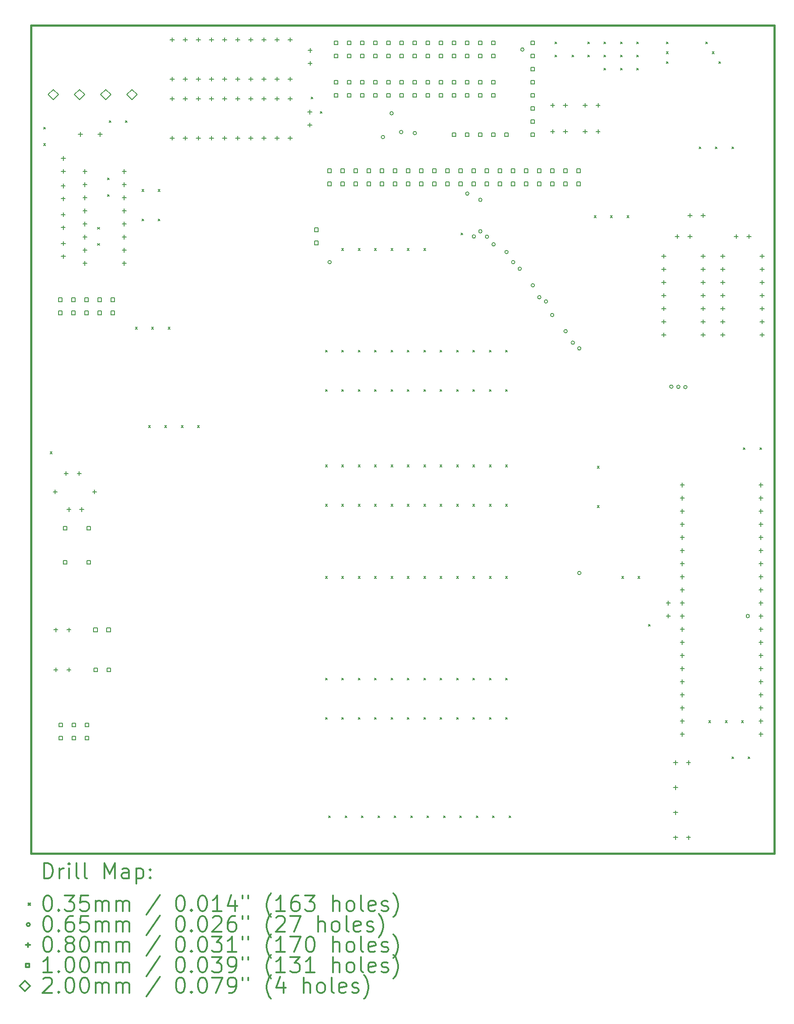
<source format=gbr>
%FSLAX45Y45*%
G04 Gerber Fmt 4.5, Leading zero omitted, Abs format (unit mm)*
G04 Created by KiCad (PCBNEW 4.0.1-stable) date 15.08.2016 21:33:21*
%MOMM*%
G01*
G04 APERTURE LIST*
%ADD10C,0.127000*%
%ADD11C,0.381000*%
%ADD12C,0.200000*%
%ADD13C,0.300000*%
G04 APERTURE END LIST*
D10*
D11*
X16361918Y-2135124D02*
X16361918Y-18174970D01*
X1961896Y-2135124D02*
X16361918Y-2135124D01*
X1961896Y-2135886D02*
X1961896Y-2135124D01*
X1961896Y-2136902D02*
X1961896Y-2135886D01*
X1961896Y-18174970D02*
X1961896Y-2136902D01*
X16361918Y-18174970D02*
X1961896Y-18174970D01*
D12*
X2205000Y-4110000D02*
X2240000Y-4145000D01*
X2240000Y-4110000D02*
X2205000Y-4145000D01*
X2205000Y-4427500D02*
X2240000Y-4462500D01*
X2240000Y-4427500D02*
X2205000Y-4462500D01*
X2332000Y-10396500D02*
X2367000Y-10431500D01*
X2367000Y-10396500D02*
X2332000Y-10431500D01*
X3252750Y-6046750D02*
X3287750Y-6081750D01*
X3287750Y-6046750D02*
X3252750Y-6081750D01*
X3252750Y-6364250D02*
X3287750Y-6399250D01*
X3287750Y-6364250D02*
X3252750Y-6399250D01*
X3443250Y-5094250D02*
X3478250Y-5129250D01*
X3478250Y-5094250D02*
X3443250Y-5129250D01*
X3443250Y-5411750D02*
X3478250Y-5446750D01*
X3478250Y-5411750D02*
X3443250Y-5446750D01*
X3475000Y-3983000D02*
X3510000Y-4018000D01*
X3510000Y-3983000D02*
X3475000Y-4018000D01*
X3792500Y-3983000D02*
X3827500Y-4018000D01*
X3827500Y-3983000D02*
X3792500Y-4018000D01*
X3983000Y-7983500D02*
X4018000Y-8018500D01*
X4018000Y-7983500D02*
X3983000Y-8018500D01*
X4110000Y-5316500D02*
X4145000Y-5351500D01*
X4145000Y-5316500D02*
X4110000Y-5351500D01*
X4110000Y-5888000D02*
X4145000Y-5923000D01*
X4145000Y-5888000D02*
X4110000Y-5923000D01*
X4237000Y-9888500D02*
X4272000Y-9923500D01*
X4272000Y-9888500D02*
X4237000Y-9923500D01*
X4300500Y-7983500D02*
X4335500Y-8018500D01*
X4335500Y-7983500D02*
X4300500Y-8018500D01*
X4427500Y-5316500D02*
X4462500Y-5351500D01*
X4462500Y-5316500D02*
X4427500Y-5351500D01*
X4427500Y-5888000D02*
X4462500Y-5923000D01*
X4462500Y-5888000D02*
X4427500Y-5923000D01*
X4554500Y-9888500D02*
X4589500Y-9923500D01*
X4589500Y-9888500D02*
X4554500Y-9923500D01*
X4618000Y-7983500D02*
X4653000Y-8018500D01*
X4653000Y-7983500D02*
X4618000Y-8018500D01*
X4872000Y-9888500D02*
X4907000Y-9923500D01*
X4907000Y-9888500D02*
X4872000Y-9923500D01*
X5189500Y-9888500D02*
X5224500Y-9923500D01*
X5224500Y-9888500D02*
X5189500Y-9923500D01*
X7386600Y-3525800D02*
X7421600Y-3560800D01*
X7421600Y-3525800D02*
X7386600Y-3560800D01*
X7564400Y-3805200D02*
X7599400Y-3840200D01*
X7599400Y-3805200D02*
X7564400Y-3840200D01*
X7666000Y-8428000D02*
X7701000Y-8463000D01*
X7701000Y-8428000D02*
X7666000Y-8463000D01*
X7666000Y-9190000D02*
X7701000Y-9225000D01*
X7701000Y-9190000D02*
X7666000Y-9225000D01*
X7666000Y-10650500D02*
X7701000Y-10685500D01*
X7701000Y-10650500D02*
X7666000Y-10685500D01*
X7666000Y-11412500D02*
X7701000Y-11447500D01*
X7701000Y-11412500D02*
X7666000Y-11447500D01*
X7666000Y-12809500D02*
X7701000Y-12844500D01*
X7701000Y-12809500D02*
X7666000Y-12844500D01*
X7666000Y-14778000D02*
X7701000Y-14813000D01*
X7701000Y-14778000D02*
X7666000Y-14813000D01*
X7666000Y-15540000D02*
X7701000Y-15575000D01*
X7701000Y-15540000D02*
X7666000Y-15575000D01*
X7729500Y-17445000D02*
X7764500Y-17480000D01*
X7764500Y-17445000D02*
X7729500Y-17480000D01*
X7983500Y-6459500D02*
X8018500Y-6494500D01*
X8018500Y-6459500D02*
X7983500Y-6494500D01*
X7983500Y-8428000D02*
X8018500Y-8463000D01*
X8018500Y-8428000D02*
X7983500Y-8463000D01*
X7983500Y-9190000D02*
X8018500Y-9225000D01*
X8018500Y-9190000D02*
X7983500Y-9225000D01*
X7983500Y-10650500D02*
X8018500Y-10685500D01*
X8018500Y-10650500D02*
X7983500Y-10685500D01*
X7983500Y-11412500D02*
X8018500Y-11447500D01*
X8018500Y-11412500D02*
X7983500Y-11447500D01*
X7983500Y-12809500D02*
X8018500Y-12844500D01*
X8018500Y-12809500D02*
X7983500Y-12844500D01*
X7983500Y-14778000D02*
X8018500Y-14813000D01*
X8018500Y-14778000D02*
X7983500Y-14813000D01*
X7983500Y-15540000D02*
X8018500Y-15575000D01*
X8018500Y-15540000D02*
X7983500Y-15575000D01*
X8047000Y-17445000D02*
X8082000Y-17480000D01*
X8082000Y-17445000D02*
X8047000Y-17480000D01*
X8301000Y-6459500D02*
X8336000Y-6494500D01*
X8336000Y-6459500D02*
X8301000Y-6494500D01*
X8301000Y-8428000D02*
X8336000Y-8463000D01*
X8336000Y-8428000D02*
X8301000Y-8463000D01*
X8301000Y-9190000D02*
X8336000Y-9225000D01*
X8336000Y-9190000D02*
X8301000Y-9225000D01*
X8301000Y-10650500D02*
X8336000Y-10685500D01*
X8336000Y-10650500D02*
X8301000Y-10685500D01*
X8301000Y-11412500D02*
X8336000Y-11447500D01*
X8336000Y-11412500D02*
X8301000Y-11447500D01*
X8301000Y-12809500D02*
X8336000Y-12844500D01*
X8336000Y-12809500D02*
X8301000Y-12844500D01*
X8301000Y-14778000D02*
X8336000Y-14813000D01*
X8336000Y-14778000D02*
X8301000Y-14813000D01*
X8301000Y-15540000D02*
X8336000Y-15575000D01*
X8336000Y-15540000D02*
X8301000Y-15575000D01*
X8364500Y-17445000D02*
X8399500Y-17480000D01*
X8399500Y-17445000D02*
X8364500Y-17480000D01*
X8618500Y-6459500D02*
X8653500Y-6494500D01*
X8653500Y-6459500D02*
X8618500Y-6494500D01*
X8618500Y-8428000D02*
X8653500Y-8463000D01*
X8653500Y-8428000D02*
X8618500Y-8463000D01*
X8618500Y-9190000D02*
X8653500Y-9225000D01*
X8653500Y-9190000D02*
X8618500Y-9225000D01*
X8618500Y-10650500D02*
X8653500Y-10685500D01*
X8653500Y-10650500D02*
X8618500Y-10685500D01*
X8618500Y-11412500D02*
X8653500Y-11447500D01*
X8653500Y-11412500D02*
X8618500Y-11447500D01*
X8618500Y-12809500D02*
X8653500Y-12844500D01*
X8653500Y-12809500D02*
X8618500Y-12844500D01*
X8618500Y-14778000D02*
X8653500Y-14813000D01*
X8653500Y-14778000D02*
X8618500Y-14813000D01*
X8618500Y-15540000D02*
X8653500Y-15575000D01*
X8653500Y-15540000D02*
X8618500Y-15575000D01*
X8682000Y-17445000D02*
X8717000Y-17480000D01*
X8717000Y-17445000D02*
X8682000Y-17480000D01*
X8936000Y-6459500D02*
X8971000Y-6494500D01*
X8971000Y-6459500D02*
X8936000Y-6494500D01*
X8936000Y-8428000D02*
X8971000Y-8463000D01*
X8971000Y-8428000D02*
X8936000Y-8463000D01*
X8936000Y-9190000D02*
X8971000Y-9225000D01*
X8971000Y-9190000D02*
X8936000Y-9225000D01*
X8936000Y-10650500D02*
X8971000Y-10685500D01*
X8971000Y-10650500D02*
X8936000Y-10685500D01*
X8936000Y-11412500D02*
X8971000Y-11447500D01*
X8971000Y-11412500D02*
X8936000Y-11447500D01*
X8936000Y-12809500D02*
X8971000Y-12844500D01*
X8971000Y-12809500D02*
X8936000Y-12844500D01*
X8936000Y-14778000D02*
X8971000Y-14813000D01*
X8971000Y-14778000D02*
X8936000Y-14813000D01*
X8936000Y-15540000D02*
X8971000Y-15575000D01*
X8971000Y-15540000D02*
X8936000Y-15575000D01*
X8999500Y-17445000D02*
X9034500Y-17480000D01*
X9034500Y-17445000D02*
X8999500Y-17480000D01*
X9253500Y-6459500D02*
X9288500Y-6494500D01*
X9288500Y-6459500D02*
X9253500Y-6494500D01*
X9253500Y-8428000D02*
X9288500Y-8463000D01*
X9288500Y-8428000D02*
X9253500Y-8463000D01*
X9253500Y-9190000D02*
X9288500Y-9225000D01*
X9288500Y-9190000D02*
X9253500Y-9225000D01*
X9253500Y-10650500D02*
X9288500Y-10685500D01*
X9288500Y-10650500D02*
X9253500Y-10685500D01*
X9253500Y-11412500D02*
X9288500Y-11447500D01*
X9288500Y-11412500D02*
X9253500Y-11447500D01*
X9253500Y-12809500D02*
X9288500Y-12844500D01*
X9288500Y-12809500D02*
X9253500Y-12844500D01*
X9253500Y-14778000D02*
X9288500Y-14813000D01*
X9288500Y-14778000D02*
X9253500Y-14813000D01*
X9253500Y-15540000D02*
X9288500Y-15575000D01*
X9288500Y-15540000D02*
X9253500Y-15575000D01*
X9317000Y-17445000D02*
X9352000Y-17480000D01*
X9352000Y-17445000D02*
X9317000Y-17480000D01*
X9571000Y-6459500D02*
X9606000Y-6494500D01*
X9606000Y-6459500D02*
X9571000Y-6494500D01*
X9571000Y-8428000D02*
X9606000Y-8463000D01*
X9606000Y-8428000D02*
X9571000Y-8463000D01*
X9571000Y-9190000D02*
X9606000Y-9225000D01*
X9606000Y-9190000D02*
X9571000Y-9225000D01*
X9571000Y-10650500D02*
X9606000Y-10685500D01*
X9606000Y-10650500D02*
X9571000Y-10685500D01*
X9571000Y-11412500D02*
X9606000Y-11447500D01*
X9606000Y-11412500D02*
X9571000Y-11447500D01*
X9571000Y-12809500D02*
X9606000Y-12844500D01*
X9606000Y-12809500D02*
X9571000Y-12844500D01*
X9571000Y-14778000D02*
X9606000Y-14813000D01*
X9606000Y-14778000D02*
X9571000Y-14813000D01*
X9571000Y-15540000D02*
X9606000Y-15575000D01*
X9606000Y-15540000D02*
X9571000Y-15575000D01*
X9634500Y-17445000D02*
X9669500Y-17480000D01*
X9669500Y-17445000D02*
X9634500Y-17480000D01*
X9888500Y-8428000D02*
X9923500Y-8463000D01*
X9923500Y-8428000D02*
X9888500Y-8463000D01*
X9888500Y-9190000D02*
X9923500Y-9225000D01*
X9923500Y-9190000D02*
X9888500Y-9225000D01*
X9888500Y-10650500D02*
X9923500Y-10685500D01*
X9923500Y-10650500D02*
X9888500Y-10685500D01*
X9888500Y-11412500D02*
X9923500Y-11447500D01*
X9923500Y-11412500D02*
X9888500Y-11447500D01*
X9888500Y-12809500D02*
X9923500Y-12844500D01*
X9923500Y-12809500D02*
X9888500Y-12844500D01*
X9888500Y-14778000D02*
X9923500Y-14813000D01*
X9923500Y-14778000D02*
X9888500Y-14813000D01*
X9888500Y-15540000D02*
X9923500Y-15575000D01*
X9923500Y-15540000D02*
X9888500Y-15575000D01*
X9952000Y-17445000D02*
X9987000Y-17480000D01*
X9987000Y-17445000D02*
X9952000Y-17480000D01*
X10206000Y-8428000D02*
X10241000Y-8463000D01*
X10241000Y-8428000D02*
X10206000Y-8463000D01*
X10206000Y-9190000D02*
X10241000Y-9225000D01*
X10241000Y-9190000D02*
X10206000Y-9225000D01*
X10206000Y-10650500D02*
X10241000Y-10685500D01*
X10241000Y-10650500D02*
X10206000Y-10685500D01*
X10206000Y-11412500D02*
X10241000Y-11447500D01*
X10241000Y-11412500D02*
X10206000Y-11447500D01*
X10206000Y-12809500D02*
X10241000Y-12844500D01*
X10241000Y-12809500D02*
X10206000Y-12844500D01*
X10206000Y-14778000D02*
X10241000Y-14813000D01*
X10241000Y-14778000D02*
X10206000Y-14813000D01*
X10206000Y-15540000D02*
X10241000Y-15575000D01*
X10241000Y-15540000D02*
X10206000Y-15575000D01*
X10269500Y-17445000D02*
X10304500Y-17480000D01*
X10304500Y-17445000D02*
X10269500Y-17480000D01*
X10291000Y-6158500D02*
X10326000Y-6193500D01*
X10326000Y-6158500D02*
X10291000Y-6193500D01*
X10523500Y-8428000D02*
X10558500Y-8463000D01*
X10558500Y-8428000D02*
X10523500Y-8463000D01*
X10523500Y-9190000D02*
X10558500Y-9225000D01*
X10558500Y-9190000D02*
X10523500Y-9225000D01*
X10523500Y-10650500D02*
X10558500Y-10685500D01*
X10558500Y-10650500D02*
X10523500Y-10685500D01*
X10523500Y-11412500D02*
X10558500Y-11447500D01*
X10558500Y-11412500D02*
X10523500Y-11447500D01*
X10523500Y-12809500D02*
X10558500Y-12844500D01*
X10558500Y-12809500D02*
X10523500Y-12844500D01*
X10523500Y-14778000D02*
X10558500Y-14813000D01*
X10558500Y-14778000D02*
X10523500Y-14813000D01*
X10523500Y-15540000D02*
X10558500Y-15575000D01*
X10558500Y-15540000D02*
X10523500Y-15575000D01*
X10587000Y-17445000D02*
X10622000Y-17480000D01*
X10622000Y-17445000D02*
X10587000Y-17480000D01*
X10841000Y-8428000D02*
X10876000Y-8463000D01*
X10876000Y-8428000D02*
X10841000Y-8463000D01*
X10841000Y-9190000D02*
X10876000Y-9225000D01*
X10876000Y-9190000D02*
X10841000Y-9225000D01*
X10841000Y-10650500D02*
X10876000Y-10685500D01*
X10876000Y-10650500D02*
X10841000Y-10685500D01*
X10841000Y-11412500D02*
X10876000Y-11447500D01*
X10876000Y-11412500D02*
X10841000Y-11447500D01*
X10841000Y-12809500D02*
X10876000Y-12844500D01*
X10876000Y-12809500D02*
X10841000Y-12844500D01*
X10841000Y-14778000D02*
X10876000Y-14813000D01*
X10876000Y-14778000D02*
X10841000Y-14813000D01*
X10841000Y-15540000D02*
X10876000Y-15575000D01*
X10876000Y-15540000D02*
X10841000Y-15575000D01*
X10904500Y-17445000D02*
X10939500Y-17480000D01*
X10939500Y-17445000D02*
X10904500Y-17480000D01*
X11158500Y-8428000D02*
X11193500Y-8463000D01*
X11193500Y-8428000D02*
X11158500Y-8463000D01*
X11158500Y-9190000D02*
X11193500Y-9225000D01*
X11193500Y-9190000D02*
X11158500Y-9225000D01*
X11158500Y-10650500D02*
X11193500Y-10685500D01*
X11193500Y-10650500D02*
X11158500Y-10685500D01*
X11158500Y-11412500D02*
X11193500Y-11447500D01*
X11193500Y-11412500D02*
X11158500Y-11447500D01*
X11158500Y-12809500D02*
X11193500Y-12844500D01*
X11193500Y-12809500D02*
X11158500Y-12844500D01*
X11158500Y-14778000D02*
X11193500Y-14813000D01*
X11193500Y-14778000D02*
X11158500Y-14813000D01*
X11158500Y-15540000D02*
X11193500Y-15575000D01*
X11193500Y-15540000D02*
X11158500Y-15575000D01*
X11222000Y-17445000D02*
X11257000Y-17480000D01*
X11257000Y-17445000D02*
X11222000Y-17480000D01*
X12111000Y-2459000D02*
X12146000Y-2494000D01*
X12146000Y-2459000D02*
X12111000Y-2494000D01*
X12111000Y-2713000D02*
X12146000Y-2748000D01*
X12146000Y-2713000D02*
X12111000Y-2748000D01*
X12441200Y-2713000D02*
X12476200Y-2748000D01*
X12476200Y-2713000D02*
X12441200Y-2748000D01*
X12746000Y-2459000D02*
X12781000Y-2494000D01*
X12781000Y-2459000D02*
X12746000Y-2494000D01*
X12746000Y-2713000D02*
X12781000Y-2748000D01*
X12781000Y-2713000D02*
X12746000Y-2748000D01*
X12873000Y-5824500D02*
X12908000Y-5859500D01*
X12908000Y-5824500D02*
X12873000Y-5859500D01*
X12936500Y-10675900D02*
X12971500Y-10710900D01*
X12971500Y-10675900D02*
X12936500Y-10710900D01*
X12936500Y-11437900D02*
X12971500Y-11472900D01*
X12971500Y-11437900D02*
X12936500Y-11472900D01*
X13063500Y-2459000D02*
X13098500Y-2494000D01*
X13098500Y-2459000D02*
X13063500Y-2494000D01*
X13063500Y-2713000D02*
X13098500Y-2748000D01*
X13098500Y-2713000D02*
X13063500Y-2748000D01*
X13063500Y-2967000D02*
X13098500Y-3002000D01*
X13098500Y-2967000D02*
X13063500Y-3002000D01*
X13190500Y-5824500D02*
X13225500Y-5859500D01*
X13225500Y-5824500D02*
X13190500Y-5859500D01*
X13381000Y-2459000D02*
X13416000Y-2494000D01*
X13416000Y-2459000D02*
X13381000Y-2494000D01*
X13381000Y-2713000D02*
X13416000Y-2748000D01*
X13416000Y-2713000D02*
X13381000Y-2748000D01*
X13381000Y-2967000D02*
X13416000Y-3002000D01*
X13416000Y-2967000D02*
X13381000Y-3002000D01*
X13406400Y-12809500D02*
X13441400Y-12844500D01*
X13441400Y-12809500D02*
X13406400Y-12844500D01*
X13508000Y-5824500D02*
X13543000Y-5859500D01*
X13543000Y-5824500D02*
X13508000Y-5859500D01*
X13698500Y-2459000D02*
X13733500Y-2494000D01*
X13733500Y-2459000D02*
X13698500Y-2494000D01*
X13698500Y-2713000D02*
X13733500Y-2748000D01*
X13733500Y-2713000D02*
X13698500Y-2748000D01*
X13698500Y-2967000D02*
X13733500Y-3002000D01*
X13733500Y-2967000D02*
X13698500Y-3002000D01*
X13723900Y-12809500D02*
X13758900Y-12844500D01*
X13758900Y-12809500D02*
X13723900Y-12844500D01*
X13927100Y-13736600D02*
X13962100Y-13771600D01*
X13962100Y-13736600D02*
X13927100Y-13771600D01*
X14270000Y-2459000D02*
X14305000Y-2494000D01*
X14305000Y-2459000D02*
X14270000Y-2494000D01*
X14270000Y-2649500D02*
X14305000Y-2684500D01*
X14305000Y-2649500D02*
X14270000Y-2684500D01*
X14270000Y-2840000D02*
X14305000Y-2875000D01*
X14305000Y-2840000D02*
X14270000Y-2875000D01*
X14905000Y-4491000D02*
X14940000Y-4526000D01*
X14940000Y-4491000D02*
X14905000Y-4526000D01*
X15032000Y-2459000D02*
X15067000Y-2494000D01*
X15067000Y-2459000D02*
X15032000Y-2494000D01*
X15095500Y-15603500D02*
X15130500Y-15638500D01*
X15130500Y-15603500D02*
X15095500Y-15638500D01*
X15159000Y-2649500D02*
X15194000Y-2684500D01*
X15194000Y-2649500D02*
X15159000Y-2684500D01*
X15222500Y-4491000D02*
X15257500Y-4526000D01*
X15257500Y-4491000D02*
X15222500Y-4526000D01*
X15286000Y-2840000D02*
X15321000Y-2875000D01*
X15321000Y-2840000D02*
X15286000Y-2875000D01*
X15413000Y-15603500D02*
X15448000Y-15638500D01*
X15448000Y-15603500D02*
X15413000Y-15638500D01*
X15540000Y-4491000D02*
X15575000Y-4526000D01*
X15575000Y-4491000D02*
X15540000Y-4526000D01*
X15540000Y-16302000D02*
X15575000Y-16337000D01*
X15575000Y-16302000D02*
X15540000Y-16337000D01*
X15730500Y-15603500D02*
X15765500Y-15638500D01*
X15765500Y-15603500D02*
X15730500Y-15638500D01*
X15766000Y-10312000D02*
X15801000Y-10347000D01*
X15801000Y-10312000D02*
X15766000Y-10347000D01*
X15857500Y-16302000D02*
X15892500Y-16337000D01*
X15892500Y-16302000D02*
X15857500Y-16337000D01*
X16083500Y-10312000D02*
X16118500Y-10347000D01*
X16118500Y-10312000D02*
X16083500Y-10347000D01*
X7779500Y-6723000D02*
G75*
G03X7779500Y-6723000I-32500J0D01*
G01*
X8813500Y-4300000D02*
G75*
G03X8813500Y-4300000I-32500J0D01*
G01*
X8981500Y-3840000D02*
G75*
G03X8981500Y-3840000I-32500J0D01*
G01*
X9166500Y-4202000D02*
G75*
G03X9166500Y-4202000I-32500J0D01*
G01*
X9430500Y-4223000D02*
G75*
G03X9430500Y-4223000I-32500J0D01*
G01*
X10447500Y-5395000D02*
G75*
G03X10447500Y-5395000I-32500J0D01*
G01*
X10574500Y-6226000D02*
G75*
G03X10574500Y-6226000I-32500J0D01*
G01*
X10700500Y-5516000D02*
G75*
G03X10700500Y-5516000I-32500J0D01*
G01*
X10700500Y-6125000D02*
G75*
G03X10700500Y-6125000I-32500J0D01*
G01*
X10828500Y-6229000D02*
G75*
G03X10828500Y-6229000I-32500J0D01*
G01*
X10957500Y-6378000D02*
G75*
G03X10957500Y-6378000I-32500J0D01*
G01*
X11207500Y-6527000D02*
G75*
G03X11207500Y-6527000I-32500J0D01*
G01*
X11336500Y-6723000D02*
G75*
G03X11336500Y-6723000I-32500J0D01*
G01*
X11463500Y-6851000D02*
G75*
G03X11463500Y-6851000I-32500J0D01*
G01*
X11514500Y-2604000D02*
G75*
G03X11514500Y-2604000I-32500J0D01*
G01*
X11716500Y-7172000D02*
G75*
G03X11716500Y-7172000I-32500J0D01*
G01*
X11843500Y-7402000D02*
G75*
G03X11843500Y-7402000I-32500J0D01*
G01*
X11971500Y-7483000D02*
G75*
G03X11971500Y-7483000I-32500J0D01*
G01*
X12093500Y-7745000D02*
G75*
G03X12093500Y-7745000I-32500J0D01*
G01*
X12352500Y-8060000D02*
G75*
G03X12352500Y-8060000I-32500J0D01*
G01*
X12492500Y-8282000D02*
G75*
G03X12492500Y-8282000I-32500J0D01*
G01*
X12618500Y-8393000D02*
G75*
G03X12618500Y-8393000I-32500J0D01*
G01*
X12618500Y-12742000D02*
G75*
G03X12618500Y-12742000I-32500J0D01*
G01*
X14400500Y-9133000D02*
G75*
G03X14400500Y-9133000I-32500J0D01*
G01*
X14536500Y-9138000D02*
G75*
G03X14536500Y-9138000I-32500J0D01*
G01*
X14673500Y-9142000D02*
G75*
G03X14673500Y-9142000I-32500J0D01*
G01*
X15882500Y-13576000D02*
G75*
G03X15882500Y-13576000I-32500J0D01*
G01*
X2432050Y-11127110D02*
X2432050Y-11207110D01*
X2392050Y-11167110D02*
X2472050Y-11167110D01*
X2442972Y-13802492D02*
X2442972Y-13882492D01*
X2402972Y-13842492D02*
X2482972Y-13842492D01*
X2442972Y-14574906D02*
X2442972Y-14654906D01*
X2402972Y-14614906D02*
X2482972Y-14614906D01*
X2585000Y-5761000D02*
X2585000Y-5841000D01*
X2545000Y-5801000D02*
X2625000Y-5801000D01*
X2585000Y-6011000D02*
X2585000Y-6091000D01*
X2545000Y-6051000D02*
X2625000Y-6051000D01*
X2587000Y-5203000D02*
X2587000Y-5283000D01*
X2547000Y-5243000D02*
X2627000Y-5243000D01*
X2587000Y-5453000D02*
X2587000Y-5533000D01*
X2547000Y-5493000D02*
X2627000Y-5493000D01*
X2588000Y-4673000D02*
X2588000Y-4753000D01*
X2548000Y-4713000D02*
X2628000Y-4713000D01*
X2588000Y-4923000D02*
X2588000Y-5003000D01*
X2548000Y-4963000D02*
X2628000Y-4963000D01*
X2589000Y-6320000D02*
X2589000Y-6400000D01*
X2549000Y-6360000D02*
X2629000Y-6360000D01*
X2589000Y-6570000D02*
X2589000Y-6650000D01*
X2549000Y-6610000D02*
X2629000Y-6610000D01*
X2643378Y-10772272D02*
X2643378Y-10852272D01*
X2603378Y-10812272D02*
X2683378Y-10812272D01*
X2696400Y-11471280D02*
X2696400Y-11551280D01*
X2656400Y-11511280D02*
X2736400Y-11511280D01*
X2696972Y-13802492D02*
X2696972Y-13882492D01*
X2656972Y-13842492D02*
X2736972Y-13842492D01*
X2696972Y-14574906D02*
X2696972Y-14654906D01*
X2656972Y-14614906D02*
X2736972Y-14614906D01*
X2897378Y-10772272D02*
X2897378Y-10852272D01*
X2857378Y-10812272D02*
X2937378Y-10812272D01*
X2920000Y-4205000D02*
X2920000Y-4285000D01*
X2880000Y-4245000D02*
X2960000Y-4245000D01*
X2946400Y-11471280D02*
X2946400Y-11551280D01*
X2906400Y-11511280D02*
X2986400Y-11511280D01*
X3006090Y-4926970D02*
X3006090Y-5006970D01*
X2966090Y-4966970D02*
X3046090Y-4966970D01*
X3006090Y-5180970D02*
X3006090Y-5260970D01*
X2966090Y-5220970D02*
X3046090Y-5220970D01*
X3006090Y-5434970D02*
X3006090Y-5514970D01*
X2966090Y-5474970D02*
X3046090Y-5474970D01*
X3006090Y-5688970D02*
X3006090Y-5768970D01*
X2966090Y-5728970D02*
X3046090Y-5728970D01*
X3006090Y-5942970D02*
X3006090Y-6022970D01*
X2966090Y-5982970D02*
X3046090Y-5982970D01*
X3006090Y-6196970D02*
X3006090Y-6276970D01*
X2966090Y-6236970D02*
X3046090Y-6236970D01*
X3006090Y-6450970D02*
X3006090Y-6530970D01*
X2966090Y-6490970D02*
X3046090Y-6490970D01*
X3006090Y-6704970D02*
X3006090Y-6784970D01*
X2966090Y-6744970D02*
X3046090Y-6744970D01*
X3194050Y-11127110D02*
X3194050Y-11207110D01*
X3154050Y-11167110D02*
X3234050Y-11167110D01*
X3300000Y-4205000D02*
X3300000Y-4285000D01*
X3260000Y-4245000D02*
X3340000Y-4245000D01*
X3768090Y-4926970D02*
X3768090Y-5006970D01*
X3728090Y-4966970D02*
X3808090Y-4966970D01*
X3768090Y-5180970D02*
X3768090Y-5260970D01*
X3728090Y-5220970D02*
X3808090Y-5220970D01*
X3768090Y-5434970D02*
X3768090Y-5514970D01*
X3728090Y-5474970D02*
X3808090Y-5474970D01*
X3768090Y-5688970D02*
X3768090Y-5768970D01*
X3728090Y-5728970D02*
X3808090Y-5728970D01*
X3768090Y-5942970D02*
X3768090Y-6022970D01*
X3728090Y-5982970D02*
X3808090Y-5982970D01*
X3768090Y-6196970D02*
X3768090Y-6276970D01*
X3728090Y-6236970D02*
X3808090Y-6236970D01*
X3768090Y-6450970D02*
X3768090Y-6530970D01*
X3728090Y-6490970D02*
X3808090Y-6490970D01*
X3768090Y-6704970D02*
X3768090Y-6784970D01*
X3728090Y-6744970D02*
X3808090Y-6744970D01*
X4699000Y-2373000D02*
X4699000Y-2453000D01*
X4659000Y-2413000D02*
X4739000Y-2413000D01*
X4699000Y-3135000D02*
X4699000Y-3215000D01*
X4659000Y-3175000D02*
X4739000Y-3175000D01*
X4699000Y-3516000D02*
X4699000Y-3596000D01*
X4659000Y-3556000D02*
X4739000Y-3556000D01*
X4699000Y-4278000D02*
X4699000Y-4358000D01*
X4659000Y-4318000D02*
X4739000Y-4318000D01*
X4953000Y-2373000D02*
X4953000Y-2453000D01*
X4913000Y-2413000D02*
X4993000Y-2413000D01*
X4953000Y-3135000D02*
X4953000Y-3215000D01*
X4913000Y-3175000D02*
X4993000Y-3175000D01*
X4953000Y-3516000D02*
X4953000Y-3596000D01*
X4913000Y-3556000D02*
X4993000Y-3556000D01*
X4953000Y-4278000D02*
X4953000Y-4358000D01*
X4913000Y-4318000D02*
X4993000Y-4318000D01*
X5207000Y-2373000D02*
X5207000Y-2453000D01*
X5167000Y-2413000D02*
X5247000Y-2413000D01*
X5207000Y-3135000D02*
X5207000Y-3215000D01*
X5167000Y-3175000D02*
X5247000Y-3175000D01*
X5207000Y-3516000D02*
X5207000Y-3596000D01*
X5167000Y-3556000D02*
X5247000Y-3556000D01*
X5207000Y-4278000D02*
X5207000Y-4358000D01*
X5167000Y-4318000D02*
X5247000Y-4318000D01*
X5461000Y-2373000D02*
X5461000Y-2453000D01*
X5421000Y-2413000D02*
X5501000Y-2413000D01*
X5461000Y-3135000D02*
X5461000Y-3215000D01*
X5421000Y-3175000D02*
X5501000Y-3175000D01*
X5461000Y-3516000D02*
X5461000Y-3596000D01*
X5421000Y-3556000D02*
X5501000Y-3556000D01*
X5461000Y-4278000D02*
X5461000Y-4358000D01*
X5421000Y-4318000D02*
X5501000Y-4318000D01*
X5715000Y-2373000D02*
X5715000Y-2453000D01*
X5675000Y-2413000D02*
X5755000Y-2413000D01*
X5715000Y-3135000D02*
X5715000Y-3215000D01*
X5675000Y-3175000D02*
X5755000Y-3175000D01*
X5715000Y-3516000D02*
X5715000Y-3596000D01*
X5675000Y-3556000D02*
X5755000Y-3556000D01*
X5715000Y-4278000D02*
X5715000Y-4358000D01*
X5675000Y-4318000D02*
X5755000Y-4318000D01*
X5969000Y-2373000D02*
X5969000Y-2453000D01*
X5929000Y-2413000D02*
X6009000Y-2413000D01*
X5969000Y-3135000D02*
X5969000Y-3215000D01*
X5929000Y-3175000D02*
X6009000Y-3175000D01*
X5969000Y-3516000D02*
X5969000Y-3596000D01*
X5929000Y-3556000D02*
X6009000Y-3556000D01*
X5969000Y-4278000D02*
X5969000Y-4358000D01*
X5929000Y-4318000D02*
X6009000Y-4318000D01*
X6223000Y-2373000D02*
X6223000Y-2453000D01*
X6183000Y-2413000D02*
X6263000Y-2413000D01*
X6223000Y-3135000D02*
X6223000Y-3215000D01*
X6183000Y-3175000D02*
X6263000Y-3175000D01*
X6223000Y-3516000D02*
X6223000Y-3596000D01*
X6183000Y-3556000D02*
X6263000Y-3556000D01*
X6223000Y-4278000D02*
X6223000Y-4358000D01*
X6183000Y-4318000D02*
X6263000Y-4318000D01*
X6477000Y-2373000D02*
X6477000Y-2453000D01*
X6437000Y-2413000D02*
X6517000Y-2413000D01*
X6477000Y-3135000D02*
X6477000Y-3215000D01*
X6437000Y-3175000D02*
X6517000Y-3175000D01*
X6477000Y-3516000D02*
X6477000Y-3596000D01*
X6437000Y-3556000D02*
X6517000Y-3556000D01*
X6477000Y-4278000D02*
X6477000Y-4358000D01*
X6437000Y-4318000D02*
X6517000Y-4318000D01*
X6731000Y-2373000D02*
X6731000Y-2453000D01*
X6691000Y-2413000D02*
X6771000Y-2413000D01*
X6731000Y-3135000D02*
X6731000Y-3215000D01*
X6691000Y-3175000D02*
X6771000Y-3175000D01*
X6731000Y-3516000D02*
X6731000Y-3596000D01*
X6691000Y-3556000D02*
X6771000Y-3556000D01*
X6731000Y-4278000D02*
X6731000Y-4358000D01*
X6691000Y-4318000D02*
X6771000Y-4318000D01*
X6985000Y-2373000D02*
X6985000Y-2453000D01*
X6945000Y-2413000D02*
X7025000Y-2413000D01*
X6985000Y-3135000D02*
X6985000Y-3215000D01*
X6945000Y-3175000D02*
X7025000Y-3175000D01*
X6985000Y-3516000D02*
X6985000Y-3596000D01*
X6945000Y-3556000D02*
X7025000Y-3556000D01*
X6985000Y-4278000D02*
X6985000Y-4358000D01*
X6945000Y-4318000D02*
X7025000Y-4318000D01*
X7366000Y-3774000D02*
X7366000Y-3854000D01*
X7326000Y-3814000D02*
X7406000Y-3814000D01*
X7366000Y-4024000D02*
X7366000Y-4104000D01*
X7326000Y-4064000D02*
X7406000Y-4064000D01*
X7370000Y-2581000D02*
X7370000Y-2661000D01*
X7330000Y-2621000D02*
X7410000Y-2621000D01*
X7370000Y-2831000D02*
X7370000Y-2911000D01*
X7330000Y-2871000D02*
X7410000Y-2871000D01*
X12069000Y-3643000D02*
X12069000Y-3723000D01*
X12029000Y-3683000D02*
X12109000Y-3683000D01*
X12069000Y-4151000D02*
X12069000Y-4231000D01*
X12029000Y-4191000D02*
X12109000Y-4191000D01*
X12319000Y-3643000D02*
X12319000Y-3723000D01*
X12279000Y-3683000D02*
X12359000Y-3683000D01*
X12319000Y-4151000D02*
X12319000Y-4231000D01*
X12279000Y-4191000D02*
X12359000Y-4191000D01*
X12700000Y-3643000D02*
X12700000Y-3723000D01*
X12660000Y-3683000D02*
X12740000Y-3683000D01*
X12700000Y-4151000D02*
X12700000Y-4231000D01*
X12660000Y-4191000D02*
X12740000Y-4191000D01*
X12950000Y-3643000D02*
X12950000Y-3723000D01*
X12910000Y-3683000D02*
X12990000Y-3683000D01*
X12950000Y-4151000D02*
X12950000Y-4231000D01*
X12910000Y-4191000D02*
X12990000Y-4191000D01*
X14224000Y-6564000D02*
X14224000Y-6644000D01*
X14184000Y-6604000D02*
X14264000Y-6604000D01*
X14224000Y-6818000D02*
X14224000Y-6898000D01*
X14184000Y-6858000D02*
X14264000Y-6858000D01*
X14224000Y-7072000D02*
X14224000Y-7152000D01*
X14184000Y-7112000D02*
X14264000Y-7112000D01*
X14224000Y-7326000D02*
X14224000Y-7406000D01*
X14184000Y-7366000D02*
X14264000Y-7366000D01*
X14224000Y-7580000D02*
X14224000Y-7660000D01*
X14184000Y-7620000D02*
X14264000Y-7620000D01*
X14224000Y-7834000D02*
X14224000Y-7914000D01*
X14184000Y-7874000D02*
X14264000Y-7874000D01*
X14224000Y-8088000D02*
X14224000Y-8168000D01*
X14184000Y-8128000D02*
X14264000Y-8128000D01*
X14309000Y-13282000D02*
X14309000Y-13362000D01*
X14269000Y-13322000D02*
X14349000Y-13322000D01*
X14309000Y-13532000D02*
X14309000Y-13612000D01*
X14269000Y-13572000D02*
X14349000Y-13572000D01*
X14451012Y-16370432D02*
X14451012Y-16450432D01*
X14411012Y-16410432D02*
X14491012Y-16410432D01*
X14451520Y-17823820D02*
X14451520Y-17903820D01*
X14411520Y-17863820D02*
X14491520Y-17863820D01*
X14452600Y-16853286D02*
X14452600Y-16933286D01*
X14412600Y-16893286D02*
X14492600Y-16893286D01*
X14452600Y-17341474D02*
X14452600Y-17421474D01*
X14412600Y-17381474D02*
X14492600Y-17381474D01*
X14482000Y-6183000D02*
X14482000Y-6263000D01*
X14442000Y-6223000D02*
X14522000Y-6223000D01*
X14580000Y-10996000D02*
X14580000Y-11076000D01*
X14540000Y-11036000D02*
X14620000Y-11036000D01*
X14580000Y-11250000D02*
X14580000Y-11330000D01*
X14540000Y-11290000D02*
X14620000Y-11290000D01*
X14580000Y-11504000D02*
X14580000Y-11584000D01*
X14540000Y-11544000D02*
X14620000Y-11544000D01*
X14580000Y-11758000D02*
X14580000Y-11838000D01*
X14540000Y-11798000D02*
X14620000Y-11798000D01*
X14580000Y-12012000D02*
X14580000Y-12092000D01*
X14540000Y-12052000D02*
X14620000Y-12052000D01*
X14580000Y-12266000D02*
X14580000Y-12346000D01*
X14540000Y-12306000D02*
X14620000Y-12306000D01*
X14580000Y-12520000D02*
X14580000Y-12600000D01*
X14540000Y-12560000D02*
X14620000Y-12560000D01*
X14580000Y-12774000D02*
X14580000Y-12854000D01*
X14540000Y-12814000D02*
X14620000Y-12814000D01*
X14580000Y-13028000D02*
X14580000Y-13108000D01*
X14540000Y-13068000D02*
X14620000Y-13068000D01*
X14580000Y-13282000D02*
X14580000Y-13362000D01*
X14540000Y-13322000D02*
X14620000Y-13322000D01*
X14580000Y-13536000D02*
X14580000Y-13616000D01*
X14540000Y-13576000D02*
X14620000Y-13576000D01*
X14580000Y-13790000D02*
X14580000Y-13870000D01*
X14540000Y-13830000D02*
X14620000Y-13830000D01*
X14580000Y-14044000D02*
X14580000Y-14124000D01*
X14540000Y-14084000D02*
X14620000Y-14084000D01*
X14580000Y-14298000D02*
X14580000Y-14378000D01*
X14540000Y-14338000D02*
X14620000Y-14338000D01*
X14580000Y-14552000D02*
X14580000Y-14632000D01*
X14540000Y-14592000D02*
X14620000Y-14592000D01*
X14580000Y-14806000D02*
X14580000Y-14886000D01*
X14540000Y-14846000D02*
X14620000Y-14846000D01*
X14580000Y-15060000D02*
X14580000Y-15140000D01*
X14540000Y-15100000D02*
X14620000Y-15100000D01*
X14580000Y-15314000D02*
X14580000Y-15394000D01*
X14540000Y-15354000D02*
X14620000Y-15354000D01*
X14580000Y-15568000D02*
X14580000Y-15648000D01*
X14540000Y-15608000D02*
X14620000Y-15608000D01*
X14580000Y-15822000D02*
X14580000Y-15902000D01*
X14540000Y-15862000D02*
X14620000Y-15862000D01*
X14701012Y-16370432D02*
X14701012Y-16450432D01*
X14661012Y-16410432D02*
X14741012Y-16410432D01*
X14701520Y-17823820D02*
X14701520Y-17903820D01*
X14661520Y-17863820D02*
X14741520Y-17863820D01*
X14731000Y-5778000D02*
X14731000Y-5858000D01*
X14691000Y-5818000D02*
X14771000Y-5818000D01*
X14732000Y-6183000D02*
X14732000Y-6263000D01*
X14692000Y-6223000D02*
X14772000Y-6223000D01*
X14985000Y-5778000D02*
X14985000Y-5858000D01*
X14945000Y-5818000D02*
X15025000Y-5818000D01*
X14986000Y-6564000D02*
X14986000Y-6644000D01*
X14946000Y-6604000D02*
X15026000Y-6604000D01*
X14986000Y-6818000D02*
X14986000Y-6898000D01*
X14946000Y-6858000D02*
X15026000Y-6858000D01*
X14986000Y-7072000D02*
X14986000Y-7152000D01*
X14946000Y-7112000D02*
X15026000Y-7112000D01*
X14986000Y-7326000D02*
X14986000Y-7406000D01*
X14946000Y-7366000D02*
X15026000Y-7366000D01*
X14986000Y-7580000D02*
X14986000Y-7660000D01*
X14946000Y-7620000D02*
X15026000Y-7620000D01*
X14986000Y-7834000D02*
X14986000Y-7914000D01*
X14946000Y-7874000D02*
X15026000Y-7874000D01*
X14986000Y-8088000D02*
X14986000Y-8168000D01*
X14946000Y-8128000D02*
X15026000Y-8128000D01*
X15367000Y-6564000D02*
X15367000Y-6644000D01*
X15327000Y-6604000D02*
X15407000Y-6604000D01*
X15367000Y-6818000D02*
X15367000Y-6898000D01*
X15327000Y-6858000D02*
X15407000Y-6858000D01*
X15367000Y-7072000D02*
X15367000Y-7152000D01*
X15327000Y-7112000D02*
X15407000Y-7112000D01*
X15367000Y-7326000D02*
X15367000Y-7406000D01*
X15327000Y-7366000D02*
X15407000Y-7366000D01*
X15367000Y-7580000D02*
X15367000Y-7660000D01*
X15327000Y-7620000D02*
X15407000Y-7620000D01*
X15367000Y-7834000D02*
X15367000Y-7914000D01*
X15327000Y-7874000D02*
X15407000Y-7874000D01*
X15367000Y-8088000D02*
X15367000Y-8168000D01*
X15327000Y-8128000D02*
X15407000Y-8128000D01*
X15625000Y-6183000D02*
X15625000Y-6263000D01*
X15585000Y-6223000D02*
X15665000Y-6223000D01*
X15875000Y-6183000D02*
X15875000Y-6263000D01*
X15835000Y-6223000D02*
X15915000Y-6223000D01*
X16104000Y-10996000D02*
X16104000Y-11076000D01*
X16064000Y-11036000D02*
X16144000Y-11036000D01*
X16104000Y-11250000D02*
X16104000Y-11330000D01*
X16064000Y-11290000D02*
X16144000Y-11290000D01*
X16104000Y-11504000D02*
X16104000Y-11584000D01*
X16064000Y-11544000D02*
X16144000Y-11544000D01*
X16104000Y-11758000D02*
X16104000Y-11838000D01*
X16064000Y-11798000D02*
X16144000Y-11798000D01*
X16104000Y-12012000D02*
X16104000Y-12092000D01*
X16064000Y-12052000D02*
X16144000Y-12052000D01*
X16104000Y-12266000D02*
X16104000Y-12346000D01*
X16064000Y-12306000D02*
X16144000Y-12306000D01*
X16104000Y-12520000D02*
X16104000Y-12600000D01*
X16064000Y-12560000D02*
X16144000Y-12560000D01*
X16104000Y-12774000D02*
X16104000Y-12854000D01*
X16064000Y-12814000D02*
X16144000Y-12814000D01*
X16104000Y-13028000D02*
X16104000Y-13108000D01*
X16064000Y-13068000D02*
X16144000Y-13068000D01*
X16104000Y-13282000D02*
X16104000Y-13362000D01*
X16064000Y-13322000D02*
X16144000Y-13322000D01*
X16104000Y-13536000D02*
X16104000Y-13616000D01*
X16064000Y-13576000D02*
X16144000Y-13576000D01*
X16104000Y-13790000D02*
X16104000Y-13870000D01*
X16064000Y-13830000D02*
X16144000Y-13830000D01*
X16104000Y-14044000D02*
X16104000Y-14124000D01*
X16064000Y-14084000D02*
X16144000Y-14084000D01*
X16104000Y-14298000D02*
X16104000Y-14378000D01*
X16064000Y-14338000D02*
X16144000Y-14338000D01*
X16104000Y-14552000D02*
X16104000Y-14632000D01*
X16064000Y-14592000D02*
X16144000Y-14592000D01*
X16104000Y-14806000D02*
X16104000Y-14886000D01*
X16064000Y-14846000D02*
X16144000Y-14846000D01*
X16104000Y-15060000D02*
X16104000Y-15140000D01*
X16064000Y-15100000D02*
X16144000Y-15100000D01*
X16104000Y-15314000D02*
X16104000Y-15394000D01*
X16064000Y-15354000D02*
X16144000Y-15354000D01*
X16104000Y-15568000D02*
X16104000Y-15648000D01*
X16064000Y-15608000D02*
X16144000Y-15608000D01*
X16104000Y-15822000D02*
X16104000Y-15902000D01*
X16064000Y-15862000D02*
X16144000Y-15862000D01*
X16129000Y-6564000D02*
X16129000Y-6644000D01*
X16089000Y-6604000D02*
X16169000Y-6604000D01*
X16129000Y-6818000D02*
X16129000Y-6898000D01*
X16089000Y-6858000D02*
X16169000Y-6858000D01*
X16129000Y-7072000D02*
X16129000Y-7152000D01*
X16089000Y-7112000D02*
X16169000Y-7112000D01*
X16129000Y-7326000D02*
X16129000Y-7406000D01*
X16089000Y-7366000D02*
X16169000Y-7366000D01*
X16129000Y-7580000D02*
X16129000Y-7660000D01*
X16089000Y-7620000D02*
X16169000Y-7620000D01*
X16129000Y-7834000D02*
X16129000Y-7914000D01*
X16089000Y-7874000D02*
X16169000Y-7874000D01*
X16129000Y-8088000D02*
X16129000Y-8168000D01*
X16089000Y-8128000D02*
X16169000Y-8128000D01*
X2564942Y-7485176D02*
X2564942Y-7414464D01*
X2494230Y-7414464D01*
X2494230Y-7485176D01*
X2564942Y-7485176D01*
X2564942Y-7739176D02*
X2564942Y-7668464D01*
X2494230Y-7668464D01*
X2494230Y-7739176D01*
X2564942Y-7739176D01*
X2575356Y-15719856D02*
X2575356Y-15649144D01*
X2504644Y-15649144D01*
X2504644Y-15719856D01*
X2575356Y-15719856D01*
X2575356Y-15973856D02*
X2575356Y-15903144D01*
X2504644Y-15903144D01*
X2504644Y-15973856D01*
X2575356Y-15973856D01*
X2659684Y-11907570D02*
X2659684Y-11836858D01*
X2588972Y-11836858D01*
X2588972Y-11907570D01*
X2659684Y-11907570D01*
X2659684Y-12567970D02*
X2659684Y-12497258D01*
X2588972Y-12497258D01*
X2588972Y-12567970D01*
X2659684Y-12567970D01*
X2818942Y-7485176D02*
X2818942Y-7414464D01*
X2748230Y-7414464D01*
X2748230Y-7485176D01*
X2818942Y-7485176D01*
X2818942Y-7739176D02*
X2818942Y-7668464D01*
X2748230Y-7668464D01*
X2748230Y-7739176D01*
X2818942Y-7739176D01*
X2829356Y-15719856D02*
X2829356Y-15649144D01*
X2758644Y-15649144D01*
X2758644Y-15719856D01*
X2829356Y-15719856D01*
X2829356Y-15973856D02*
X2829356Y-15903144D01*
X2758644Y-15903144D01*
X2758644Y-15973856D01*
X2829356Y-15973856D01*
X3072942Y-7485176D02*
X3072942Y-7414464D01*
X3002230Y-7414464D01*
X3002230Y-7485176D01*
X3072942Y-7485176D01*
X3072942Y-7739176D02*
X3072942Y-7668464D01*
X3002230Y-7668464D01*
X3002230Y-7739176D01*
X3072942Y-7739176D01*
X3083356Y-15719856D02*
X3083356Y-15649144D01*
X3012644Y-15649144D01*
X3012644Y-15719856D01*
X3083356Y-15719856D01*
X3083356Y-15973856D02*
X3083356Y-15903144D01*
X3012644Y-15903144D01*
X3012644Y-15973856D01*
X3083356Y-15973856D01*
X3116884Y-11907570D02*
X3116884Y-11836858D01*
X3046172Y-11836858D01*
X3046172Y-11907570D01*
X3116884Y-11907570D01*
X3116884Y-12567970D02*
X3116884Y-12497258D01*
X3046172Y-12497258D01*
X3046172Y-12567970D01*
X3116884Y-12567970D01*
X3247948Y-13877340D02*
X3247948Y-13806628D01*
X3177236Y-13806628D01*
X3177236Y-13877340D01*
X3247948Y-13877340D01*
X3253282Y-14650516D02*
X3253282Y-14579804D01*
X3182570Y-14579804D01*
X3182570Y-14650516D01*
X3253282Y-14650516D01*
X3326942Y-7485176D02*
X3326942Y-7414464D01*
X3256230Y-7414464D01*
X3256230Y-7485176D01*
X3326942Y-7485176D01*
X3326942Y-7739176D02*
X3326942Y-7668464D01*
X3256230Y-7668464D01*
X3256230Y-7739176D01*
X3326942Y-7739176D01*
X3501948Y-13877340D02*
X3501948Y-13806628D01*
X3431236Y-13806628D01*
X3431236Y-13877340D01*
X3501948Y-13877340D01*
X3507282Y-14650516D02*
X3507282Y-14579804D01*
X3436570Y-14579804D01*
X3436570Y-14650516D01*
X3507282Y-14650516D01*
X3580942Y-7485176D02*
X3580942Y-7414464D01*
X3510230Y-7414464D01*
X3510230Y-7485176D01*
X3580942Y-7485176D01*
X3580942Y-7739176D02*
X3580942Y-7668464D01*
X3510230Y-7668464D01*
X3510230Y-7739176D01*
X3580942Y-7739176D01*
X7528356Y-6131356D02*
X7528356Y-6060644D01*
X7457644Y-6060644D01*
X7457644Y-6131356D01*
X7528356Y-6131356D01*
X7528356Y-6385356D02*
X7528356Y-6314644D01*
X7457644Y-6314644D01*
X7457644Y-6385356D01*
X7528356Y-6385356D01*
X7782356Y-4988356D02*
X7782356Y-4917644D01*
X7711644Y-4917644D01*
X7711644Y-4988356D01*
X7782356Y-4988356D01*
X7782356Y-5242356D02*
X7782356Y-5171644D01*
X7711644Y-5171644D01*
X7711644Y-5242356D01*
X7782356Y-5242356D01*
X7909356Y-2511856D02*
X7909356Y-2441144D01*
X7838644Y-2441144D01*
X7838644Y-2511856D01*
X7909356Y-2511856D01*
X7909356Y-2765856D02*
X7909356Y-2695144D01*
X7838644Y-2695144D01*
X7838644Y-2765856D01*
X7909356Y-2765856D01*
X7909356Y-3273856D02*
X7909356Y-3203144D01*
X7838644Y-3203144D01*
X7838644Y-3273856D01*
X7909356Y-3273856D01*
X7909356Y-3527856D02*
X7909356Y-3457144D01*
X7838644Y-3457144D01*
X7838644Y-3527856D01*
X7909356Y-3527856D01*
X8036356Y-4988356D02*
X8036356Y-4917644D01*
X7965644Y-4917644D01*
X7965644Y-4988356D01*
X8036356Y-4988356D01*
X8036356Y-5242356D02*
X8036356Y-5171644D01*
X7965644Y-5171644D01*
X7965644Y-5242356D01*
X8036356Y-5242356D01*
X8163356Y-2511856D02*
X8163356Y-2441144D01*
X8092644Y-2441144D01*
X8092644Y-2511856D01*
X8163356Y-2511856D01*
X8163356Y-2765856D02*
X8163356Y-2695144D01*
X8092644Y-2695144D01*
X8092644Y-2765856D01*
X8163356Y-2765856D01*
X8163356Y-3273856D02*
X8163356Y-3203144D01*
X8092644Y-3203144D01*
X8092644Y-3273856D01*
X8163356Y-3273856D01*
X8163356Y-3527856D02*
X8163356Y-3457144D01*
X8092644Y-3457144D01*
X8092644Y-3527856D01*
X8163356Y-3527856D01*
X8290356Y-4988356D02*
X8290356Y-4917644D01*
X8219644Y-4917644D01*
X8219644Y-4988356D01*
X8290356Y-4988356D01*
X8290356Y-5242356D02*
X8290356Y-5171644D01*
X8219644Y-5171644D01*
X8219644Y-5242356D01*
X8290356Y-5242356D01*
X8417356Y-2511856D02*
X8417356Y-2441144D01*
X8346644Y-2441144D01*
X8346644Y-2511856D01*
X8417356Y-2511856D01*
X8417356Y-2765856D02*
X8417356Y-2695144D01*
X8346644Y-2695144D01*
X8346644Y-2765856D01*
X8417356Y-2765856D01*
X8417356Y-3273856D02*
X8417356Y-3203144D01*
X8346644Y-3203144D01*
X8346644Y-3273856D01*
X8417356Y-3273856D01*
X8417356Y-3527856D02*
X8417356Y-3457144D01*
X8346644Y-3457144D01*
X8346644Y-3527856D01*
X8417356Y-3527856D01*
X8544356Y-4988356D02*
X8544356Y-4917644D01*
X8473644Y-4917644D01*
X8473644Y-4988356D01*
X8544356Y-4988356D01*
X8544356Y-5242356D02*
X8544356Y-5171644D01*
X8473644Y-5171644D01*
X8473644Y-5242356D01*
X8544356Y-5242356D01*
X8671356Y-2511856D02*
X8671356Y-2441144D01*
X8600644Y-2441144D01*
X8600644Y-2511856D01*
X8671356Y-2511856D01*
X8671356Y-2765856D02*
X8671356Y-2695144D01*
X8600644Y-2695144D01*
X8600644Y-2765856D01*
X8671356Y-2765856D01*
X8671356Y-3273856D02*
X8671356Y-3203144D01*
X8600644Y-3203144D01*
X8600644Y-3273856D01*
X8671356Y-3273856D01*
X8671356Y-3527856D02*
X8671356Y-3457144D01*
X8600644Y-3457144D01*
X8600644Y-3527856D01*
X8671356Y-3527856D01*
X8798356Y-4988356D02*
X8798356Y-4917644D01*
X8727644Y-4917644D01*
X8727644Y-4988356D01*
X8798356Y-4988356D01*
X8798356Y-5242356D02*
X8798356Y-5171644D01*
X8727644Y-5171644D01*
X8727644Y-5242356D01*
X8798356Y-5242356D01*
X8925356Y-2511856D02*
X8925356Y-2441144D01*
X8854644Y-2441144D01*
X8854644Y-2511856D01*
X8925356Y-2511856D01*
X8925356Y-2765856D02*
X8925356Y-2695144D01*
X8854644Y-2695144D01*
X8854644Y-2765856D01*
X8925356Y-2765856D01*
X8925356Y-3273856D02*
X8925356Y-3203144D01*
X8854644Y-3203144D01*
X8854644Y-3273856D01*
X8925356Y-3273856D01*
X8925356Y-3527856D02*
X8925356Y-3457144D01*
X8854644Y-3457144D01*
X8854644Y-3527856D01*
X8925356Y-3527856D01*
X9052356Y-4988356D02*
X9052356Y-4917644D01*
X8981644Y-4917644D01*
X8981644Y-4988356D01*
X9052356Y-4988356D01*
X9052356Y-5242356D02*
X9052356Y-5171644D01*
X8981644Y-5171644D01*
X8981644Y-5242356D01*
X9052356Y-5242356D01*
X9179356Y-2511856D02*
X9179356Y-2441144D01*
X9108644Y-2441144D01*
X9108644Y-2511856D01*
X9179356Y-2511856D01*
X9179356Y-2765856D02*
X9179356Y-2695144D01*
X9108644Y-2695144D01*
X9108644Y-2765856D01*
X9179356Y-2765856D01*
X9179356Y-3273856D02*
X9179356Y-3203144D01*
X9108644Y-3203144D01*
X9108644Y-3273856D01*
X9179356Y-3273856D01*
X9179356Y-3527856D02*
X9179356Y-3457144D01*
X9108644Y-3457144D01*
X9108644Y-3527856D01*
X9179356Y-3527856D01*
X9306356Y-4988356D02*
X9306356Y-4917644D01*
X9235644Y-4917644D01*
X9235644Y-4988356D01*
X9306356Y-4988356D01*
X9306356Y-5242356D02*
X9306356Y-5171644D01*
X9235644Y-5171644D01*
X9235644Y-5242356D01*
X9306356Y-5242356D01*
X9433356Y-2511856D02*
X9433356Y-2441144D01*
X9362644Y-2441144D01*
X9362644Y-2511856D01*
X9433356Y-2511856D01*
X9433356Y-2765856D02*
X9433356Y-2695144D01*
X9362644Y-2695144D01*
X9362644Y-2765856D01*
X9433356Y-2765856D01*
X9433356Y-3273856D02*
X9433356Y-3203144D01*
X9362644Y-3203144D01*
X9362644Y-3273856D01*
X9433356Y-3273856D01*
X9433356Y-3527856D02*
X9433356Y-3457144D01*
X9362644Y-3457144D01*
X9362644Y-3527856D01*
X9433356Y-3527856D01*
X9560356Y-4988356D02*
X9560356Y-4917644D01*
X9489644Y-4917644D01*
X9489644Y-4988356D01*
X9560356Y-4988356D01*
X9560356Y-5242356D02*
X9560356Y-5171644D01*
X9489644Y-5171644D01*
X9489644Y-5242356D01*
X9560356Y-5242356D01*
X9687356Y-2511856D02*
X9687356Y-2441144D01*
X9616644Y-2441144D01*
X9616644Y-2511856D01*
X9687356Y-2511856D01*
X9687356Y-2765856D02*
X9687356Y-2695144D01*
X9616644Y-2695144D01*
X9616644Y-2765856D01*
X9687356Y-2765856D01*
X9687356Y-3273856D02*
X9687356Y-3203144D01*
X9616644Y-3203144D01*
X9616644Y-3273856D01*
X9687356Y-3273856D01*
X9687356Y-3527856D02*
X9687356Y-3457144D01*
X9616644Y-3457144D01*
X9616644Y-3527856D01*
X9687356Y-3527856D01*
X9814356Y-4988356D02*
X9814356Y-4917644D01*
X9743644Y-4917644D01*
X9743644Y-4988356D01*
X9814356Y-4988356D01*
X9814356Y-5242356D02*
X9814356Y-5171644D01*
X9743644Y-5171644D01*
X9743644Y-5242356D01*
X9814356Y-5242356D01*
X9941356Y-2511856D02*
X9941356Y-2441144D01*
X9870644Y-2441144D01*
X9870644Y-2511856D01*
X9941356Y-2511856D01*
X9941356Y-2765856D02*
X9941356Y-2695144D01*
X9870644Y-2695144D01*
X9870644Y-2765856D01*
X9941356Y-2765856D01*
X9941356Y-3273856D02*
X9941356Y-3203144D01*
X9870644Y-3203144D01*
X9870644Y-3273856D01*
X9941356Y-3273856D01*
X9941356Y-3527856D02*
X9941356Y-3457144D01*
X9870644Y-3457144D01*
X9870644Y-3527856D01*
X9941356Y-3527856D01*
X10068356Y-4988356D02*
X10068356Y-4917644D01*
X9997644Y-4917644D01*
X9997644Y-4988356D01*
X10068356Y-4988356D01*
X10068356Y-5242356D02*
X10068356Y-5171644D01*
X9997644Y-5171644D01*
X9997644Y-5242356D01*
X10068356Y-5242356D01*
X10195356Y-2511856D02*
X10195356Y-2441144D01*
X10124644Y-2441144D01*
X10124644Y-2511856D01*
X10195356Y-2511856D01*
X10195356Y-2765856D02*
X10195356Y-2695144D01*
X10124644Y-2695144D01*
X10124644Y-2765856D01*
X10195356Y-2765856D01*
X10195356Y-3273856D02*
X10195356Y-3203144D01*
X10124644Y-3203144D01*
X10124644Y-3273856D01*
X10195356Y-3273856D01*
X10195356Y-3527856D02*
X10195356Y-3457144D01*
X10124644Y-3457144D01*
X10124644Y-3527856D01*
X10195356Y-3527856D01*
X10195356Y-4289856D02*
X10195356Y-4219144D01*
X10124644Y-4219144D01*
X10124644Y-4289856D01*
X10195356Y-4289856D01*
X10322356Y-4988356D02*
X10322356Y-4917644D01*
X10251644Y-4917644D01*
X10251644Y-4988356D01*
X10322356Y-4988356D01*
X10322356Y-5242356D02*
X10322356Y-5171644D01*
X10251644Y-5171644D01*
X10251644Y-5242356D01*
X10322356Y-5242356D01*
X10449356Y-2511856D02*
X10449356Y-2441144D01*
X10378644Y-2441144D01*
X10378644Y-2511856D01*
X10449356Y-2511856D01*
X10449356Y-2765856D02*
X10449356Y-2695144D01*
X10378644Y-2695144D01*
X10378644Y-2765856D01*
X10449356Y-2765856D01*
X10449356Y-3273856D02*
X10449356Y-3203144D01*
X10378644Y-3203144D01*
X10378644Y-3273856D01*
X10449356Y-3273856D01*
X10449356Y-3527856D02*
X10449356Y-3457144D01*
X10378644Y-3457144D01*
X10378644Y-3527856D01*
X10449356Y-3527856D01*
X10449356Y-4289856D02*
X10449356Y-4219144D01*
X10378644Y-4219144D01*
X10378644Y-4289856D01*
X10449356Y-4289856D01*
X10576356Y-4988356D02*
X10576356Y-4917644D01*
X10505644Y-4917644D01*
X10505644Y-4988356D01*
X10576356Y-4988356D01*
X10576356Y-5242356D02*
X10576356Y-5171644D01*
X10505644Y-5171644D01*
X10505644Y-5242356D01*
X10576356Y-5242356D01*
X10703356Y-2511856D02*
X10703356Y-2441144D01*
X10632644Y-2441144D01*
X10632644Y-2511856D01*
X10703356Y-2511856D01*
X10703356Y-2765856D02*
X10703356Y-2695144D01*
X10632644Y-2695144D01*
X10632644Y-2765856D01*
X10703356Y-2765856D01*
X10703356Y-3273856D02*
X10703356Y-3203144D01*
X10632644Y-3203144D01*
X10632644Y-3273856D01*
X10703356Y-3273856D01*
X10703356Y-3527856D02*
X10703356Y-3457144D01*
X10632644Y-3457144D01*
X10632644Y-3527856D01*
X10703356Y-3527856D01*
X10703356Y-4289856D02*
X10703356Y-4219144D01*
X10632644Y-4219144D01*
X10632644Y-4289856D01*
X10703356Y-4289856D01*
X10830356Y-4988356D02*
X10830356Y-4917644D01*
X10759644Y-4917644D01*
X10759644Y-4988356D01*
X10830356Y-4988356D01*
X10830356Y-5242356D02*
X10830356Y-5171644D01*
X10759644Y-5171644D01*
X10759644Y-5242356D01*
X10830356Y-5242356D01*
X10957356Y-2511856D02*
X10957356Y-2441144D01*
X10886644Y-2441144D01*
X10886644Y-2511856D01*
X10957356Y-2511856D01*
X10957356Y-2765856D02*
X10957356Y-2695144D01*
X10886644Y-2695144D01*
X10886644Y-2765856D01*
X10957356Y-2765856D01*
X10957356Y-3273856D02*
X10957356Y-3203144D01*
X10886644Y-3203144D01*
X10886644Y-3273856D01*
X10957356Y-3273856D01*
X10957356Y-3527856D02*
X10957356Y-3457144D01*
X10886644Y-3457144D01*
X10886644Y-3527856D01*
X10957356Y-3527856D01*
X10957356Y-4289856D02*
X10957356Y-4219144D01*
X10886644Y-4219144D01*
X10886644Y-4289856D01*
X10957356Y-4289856D01*
X11084356Y-4988356D02*
X11084356Y-4917644D01*
X11013644Y-4917644D01*
X11013644Y-4988356D01*
X11084356Y-4988356D01*
X11084356Y-5242356D02*
X11084356Y-5171644D01*
X11013644Y-5171644D01*
X11013644Y-5242356D01*
X11084356Y-5242356D01*
X11211356Y-4289856D02*
X11211356Y-4219144D01*
X11140644Y-4219144D01*
X11140644Y-4289856D01*
X11211356Y-4289856D01*
X11338356Y-4988356D02*
X11338356Y-4917644D01*
X11267644Y-4917644D01*
X11267644Y-4988356D01*
X11338356Y-4988356D01*
X11338356Y-5242356D02*
X11338356Y-5171644D01*
X11267644Y-5171644D01*
X11267644Y-5242356D01*
X11338356Y-5242356D01*
X11592356Y-4988356D02*
X11592356Y-4917644D01*
X11521644Y-4917644D01*
X11521644Y-4988356D01*
X11592356Y-4988356D01*
X11592356Y-5242356D02*
X11592356Y-5171644D01*
X11521644Y-5171644D01*
X11521644Y-5242356D01*
X11592356Y-5242356D01*
X11719356Y-2511856D02*
X11719356Y-2441144D01*
X11648644Y-2441144D01*
X11648644Y-2511856D01*
X11719356Y-2511856D01*
X11719356Y-2765856D02*
X11719356Y-2695144D01*
X11648644Y-2695144D01*
X11648644Y-2765856D01*
X11719356Y-2765856D01*
X11719356Y-3019856D02*
X11719356Y-2949144D01*
X11648644Y-2949144D01*
X11648644Y-3019856D01*
X11719356Y-3019856D01*
X11719356Y-3273856D02*
X11719356Y-3203144D01*
X11648644Y-3203144D01*
X11648644Y-3273856D01*
X11719356Y-3273856D01*
X11719356Y-3527856D02*
X11719356Y-3457144D01*
X11648644Y-3457144D01*
X11648644Y-3527856D01*
X11719356Y-3527856D01*
X11719356Y-3781856D02*
X11719356Y-3711144D01*
X11648644Y-3711144D01*
X11648644Y-3781856D01*
X11719356Y-3781856D01*
X11719356Y-4035856D02*
X11719356Y-3965144D01*
X11648644Y-3965144D01*
X11648644Y-4035856D01*
X11719356Y-4035856D01*
X11719356Y-4289856D02*
X11719356Y-4219144D01*
X11648644Y-4219144D01*
X11648644Y-4289856D01*
X11719356Y-4289856D01*
X11846356Y-4988356D02*
X11846356Y-4917644D01*
X11775644Y-4917644D01*
X11775644Y-4988356D01*
X11846356Y-4988356D01*
X11846356Y-5242356D02*
X11846356Y-5171644D01*
X11775644Y-5171644D01*
X11775644Y-5242356D01*
X11846356Y-5242356D01*
X12100356Y-4988356D02*
X12100356Y-4917644D01*
X12029644Y-4917644D01*
X12029644Y-4988356D01*
X12100356Y-4988356D01*
X12100356Y-5242356D02*
X12100356Y-5171644D01*
X12029644Y-5171644D01*
X12029644Y-5242356D01*
X12100356Y-5242356D01*
X12354356Y-4988356D02*
X12354356Y-4917644D01*
X12283644Y-4917644D01*
X12283644Y-4988356D01*
X12354356Y-4988356D01*
X12354356Y-5242356D02*
X12354356Y-5171644D01*
X12283644Y-5171644D01*
X12283644Y-5242356D01*
X12354356Y-5242356D01*
X12608356Y-4988356D02*
X12608356Y-4917644D01*
X12537644Y-4917644D01*
X12537644Y-4988356D01*
X12608356Y-4988356D01*
X12608356Y-5242356D02*
X12608356Y-5171644D01*
X12537644Y-5171644D01*
X12537644Y-5242356D01*
X12608356Y-5242356D01*
X2392934Y-3578987D02*
X2492883Y-3479038D01*
X2392934Y-3379089D01*
X2292985Y-3479038D01*
X2392934Y-3578987D01*
X2900934Y-3578987D02*
X3000883Y-3479038D01*
X2900934Y-3379089D01*
X2800985Y-3479038D01*
X2900934Y-3578987D01*
X3408934Y-3578987D02*
X3508883Y-3479038D01*
X3408934Y-3379089D01*
X3308985Y-3479038D01*
X3408934Y-3578987D01*
X3916934Y-3578987D02*
X4016883Y-3479038D01*
X3916934Y-3379089D01*
X3816985Y-3479038D01*
X3916934Y-3578987D01*
D13*
X2214275Y-18659734D02*
X2214275Y-18359734D01*
X2285703Y-18359734D01*
X2328560Y-18374020D01*
X2357132Y-18402592D01*
X2371417Y-18431163D01*
X2385703Y-18488306D01*
X2385703Y-18531163D01*
X2371417Y-18588306D01*
X2357132Y-18616877D01*
X2328560Y-18645449D01*
X2285703Y-18659734D01*
X2214275Y-18659734D01*
X2514275Y-18659734D02*
X2514275Y-18459734D01*
X2514275Y-18516877D02*
X2528560Y-18488306D01*
X2542846Y-18474020D01*
X2571417Y-18459734D01*
X2599989Y-18459734D01*
X2699989Y-18659734D02*
X2699989Y-18459734D01*
X2699989Y-18359734D02*
X2685703Y-18374020D01*
X2699989Y-18388306D01*
X2714275Y-18374020D01*
X2699989Y-18359734D01*
X2699989Y-18388306D01*
X2885703Y-18659734D02*
X2857132Y-18645449D01*
X2842846Y-18616877D01*
X2842846Y-18359734D01*
X3042846Y-18659734D02*
X3014274Y-18645449D01*
X2999989Y-18616877D01*
X2999989Y-18359734D01*
X3385703Y-18659734D02*
X3385703Y-18359734D01*
X3485703Y-18574020D01*
X3585703Y-18359734D01*
X3585703Y-18659734D01*
X3857132Y-18659734D02*
X3857132Y-18502592D01*
X3842846Y-18474020D01*
X3814274Y-18459734D01*
X3757132Y-18459734D01*
X3728560Y-18474020D01*
X3857132Y-18645449D02*
X3828560Y-18659734D01*
X3757132Y-18659734D01*
X3728560Y-18645449D01*
X3714274Y-18616877D01*
X3714274Y-18588306D01*
X3728560Y-18559734D01*
X3757132Y-18545449D01*
X3828560Y-18545449D01*
X3857132Y-18531163D01*
X3999989Y-18459734D02*
X3999989Y-18759734D01*
X3999989Y-18474020D02*
X4028560Y-18459734D01*
X4085703Y-18459734D01*
X4114274Y-18474020D01*
X4128560Y-18488306D01*
X4142846Y-18516877D01*
X4142846Y-18602592D01*
X4128560Y-18631163D01*
X4114274Y-18645449D01*
X4085703Y-18659734D01*
X4028560Y-18659734D01*
X3999989Y-18645449D01*
X4271417Y-18631163D02*
X4285703Y-18645449D01*
X4271417Y-18659734D01*
X4257132Y-18645449D01*
X4271417Y-18631163D01*
X4271417Y-18659734D01*
X4271417Y-18474020D02*
X4285703Y-18488306D01*
X4271417Y-18502592D01*
X4257132Y-18488306D01*
X4271417Y-18474020D01*
X4271417Y-18502592D01*
X1907846Y-19136520D02*
X1942846Y-19171520D01*
X1942846Y-19136520D02*
X1907846Y-19171520D01*
X2271417Y-18989734D02*
X2299989Y-18989734D01*
X2328560Y-19004020D01*
X2342846Y-19018306D01*
X2357132Y-19046877D01*
X2371417Y-19104020D01*
X2371417Y-19175449D01*
X2357132Y-19232592D01*
X2342846Y-19261163D01*
X2328560Y-19275449D01*
X2299989Y-19289734D01*
X2271417Y-19289734D01*
X2242846Y-19275449D01*
X2228560Y-19261163D01*
X2214275Y-19232592D01*
X2199989Y-19175449D01*
X2199989Y-19104020D01*
X2214275Y-19046877D01*
X2228560Y-19018306D01*
X2242846Y-19004020D01*
X2271417Y-18989734D01*
X2499989Y-19261163D02*
X2514275Y-19275449D01*
X2499989Y-19289734D01*
X2485703Y-19275449D01*
X2499989Y-19261163D01*
X2499989Y-19289734D01*
X2614274Y-18989734D02*
X2799989Y-18989734D01*
X2699989Y-19104020D01*
X2742846Y-19104020D01*
X2771417Y-19118306D01*
X2785703Y-19132592D01*
X2799989Y-19161163D01*
X2799989Y-19232592D01*
X2785703Y-19261163D01*
X2771417Y-19275449D01*
X2742846Y-19289734D01*
X2657132Y-19289734D01*
X2628560Y-19275449D01*
X2614274Y-19261163D01*
X3071417Y-18989734D02*
X2928560Y-18989734D01*
X2914274Y-19132592D01*
X2928560Y-19118306D01*
X2957132Y-19104020D01*
X3028560Y-19104020D01*
X3057132Y-19118306D01*
X3071417Y-19132592D01*
X3085703Y-19161163D01*
X3085703Y-19232592D01*
X3071417Y-19261163D01*
X3057132Y-19275449D01*
X3028560Y-19289734D01*
X2957132Y-19289734D01*
X2928560Y-19275449D01*
X2914274Y-19261163D01*
X3214274Y-19289734D02*
X3214274Y-19089734D01*
X3214274Y-19118306D02*
X3228560Y-19104020D01*
X3257132Y-19089734D01*
X3299989Y-19089734D01*
X3328560Y-19104020D01*
X3342846Y-19132592D01*
X3342846Y-19289734D01*
X3342846Y-19132592D02*
X3357132Y-19104020D01*
X3385703Y-19089734D01*
X3428560Y-19089734D01*
X3457132Y-19104020D01*
X3471417Y-19132592D01*
X3471417Y-19289734D01*
X3614274Y-19289734D02*
X3614274Y-19089734D01*
X3614274Y-19118306D02*
X3628560Y-19104020D01*
X3657132Y-19089734D01*
X3699989Y-19089734D01*
X3728560Y-19104020D01*
X3742846Y-19132592D01*
X3742846Y-19289734D01*
X3742846Y-19132592D02*
X3757132Y-19104020D01*
X3785703Y-19089734D01*
X3828560Y-19089734D01*
X3857132Y-19104020D01*
X3871417Y-19132592D01*
X3871417Y-19289734D01*
X4457132Y-18975449D02*
X4199989Y-19361163D01*
X4842846Y-18989734D02*
X4871417Y-18989734D01*
X4899989Y-19004020D01*
X4914274Y-19018306D01*
X4928560Y-19046877D01*
X4942846Y-19104020D01*
X4942846Y-19175449D01*
X4928560Y-19232592D01*
X4914274Y-19261163D01*
X4899989Y-19275449D01*
X4871417Y-19289734D01*
X4842846Y-19289734D01*
X4814274Y-19275449D01*
X4799989Y-19261163D01*
X4785703Y-19232592D01*
X4771417Y-19175449D01*
X4771417Y-19104020D01*
X4785703Y-19046877D01*
X4799989Y-19018306D01*
X4814274Y-19004020D01*
X4842846Y-18989734D01*
X5071417Y-19261163D02*
X5085703Y-19275449D01*
X5071417Y-19289734D01*
X5057132Y-19275449D01*
X5071417Y-19261163D01*
X5071417Y-19289734D01*
X5271417Y-18989734D02*
X5299989Y-18989734D01*
X5328560Y-19004020D01*
X5342846Y-19018306D01*
X5357132Y-19046877D01*
X5371417Y-19104020D01*
X5371417Y-19175449D01*
X5357132Y-19232592D01*
X5342846Y-19261163D01*
X5328560Y-19275449D01*
X5299989Y-19289734D01*
X5271417Y-19289734D01*
X5242846Y-19275449D01*
X5228560Y-19261163D01*
X5214274Y-19232592D01*
X5199989Y-19175449D01*
X5199989Y-19104020D01*
X5214274Y-19046877D01*
X5228560Y-19018306D01*
X5242846Y-19004020D01*
X5271417Y-18989734D01*
X5657131Y-19289734D02*
X5485703Y-19289734D01*
X5571417Y-19289734D02*
X5571417Y-18989734D01*
X5542846Y-19032592D01*
X5514274Y-19061163D01*
X5485703Y-19075449D01*
X5914274Y-19089734D02*
X5914274Y-19289734D01*
X5842846Y-18975449D02*
X5771417Y-19189734D01*
X5957131Y-19189734D01*
X6057132Y-18989734D02*
X6057132Y-19046877D01*
X6171417Y-18989734D02*
X6171417Y-19046877D01*
X6614274Y-19404020D02*
X6599989Y-19389734D01*
X6571417Y-19346877D01*
X6557131Y-19318306D01*
X6542846Y-19275449D01*
X6528560Y-19204020D01*
X6528560Y-19146877D01*
X6542846Y-19075449D01*
X6557131Y-19032592D01*
X6571417Y-19004020D01*
X6599989Y-18961163D01*
X6614274Y-18946877D01*
X6885703Y-19289734D02*
X6714274Y-19289734D01*
X6799989Y-19289734D02*
X6799989Y-18989734D01*
X6771417Y-19032592D01*
X6742846Y-19061163D01*
X6714274Y-19075449D01*
X7142846Y-18989734D02*
X7085703Y-18989734D01*
X7057131Y-19004020D01*
X7042846Y-19018306D01*
X7014274Y-19061163D01*
X6999989Y-19118306D01*
X6999989Y-19232592D01*
X7014274Y-19261163D01*
X7028560Y-19275449D01*
X7057131Y-19289734D01*
X7114274Y-19289734D01*
X7142846Y-19275449D01*
X7157131Y-19261163D01*
X7171417Y-19232592D01*
X7171417Y-19161163D01*
X7157131Y-19132592D01*
X7142846Y-19118306D01*
X7114274Y-19104020D01*
X7057131Y-19104020D01*
X7028560Y-19118306D01*
X7014274Y-19132592D01*
X6999989Y-19161163D01*
X7271417Y-18989734D02*
X7457131Y-18989734D01*
X7357131Y-19104020D01*
X7399989Y-19104020D01*
X7428560Y-19118306D01*
X7442846Y-19132592D01*
X7457131Y-19161163D01*
X7457131Y-19232592D01*
X7442846Y-19261163D01*
X7428560Y-19275449D01*
X7399989Y-19289734D01*
X7314274Y-19289734D01*
X7285703Y-19275449D01*
X7271417Y-19261163D01*
X7814274Y-19289734D02*
X7814274Y-18989734D01*
X7942846Y-19289734D02*
X7942846Y-19132592D01*
X7928560Y-19104020D01*
X7899989Y-19089734D01*
X7857131Y-19089734D01*
X7828560Y-19104020D01*
X7814274Y-19118306D01*
X8128560Y-19289734D02*
X8099989Y-19275449D01*
X8085703Y-19261163D01*
X8071417Y-19232592D01*
X8071417Y-19146877D01*
X8085703Y-19118306D01*
X8099989Y-19104020D01*
X8128560Y-19089734D01*
X8171417Y-19089734D01*
X8199989Y-19104020D01*
X8214274Y-19118306D01*
X8228560Y-19146877D01*
X8228560Y-19232592D01*
X8214274Y-19261163D01*
X8199989Y-19275449D01*
X8171417Y-19289734D01*
X8128560Y-19289734D01*
X8399989Y-19289734D02*
X8371417Y-19275449D01*
X8357132Y-19246877D01*
X8357132Y-18989734D01*
X8628560Y-19275449D02*
X8599989Y-19289734D01*
X8542846Y-19289734D01*
X8514275Y-19275449D01*
X8499989Y-19246877D01*
X8499989Y-19132592D01*
X8514275Y-19104020D01*
X8542846Y-19089734D01*
X8599989Y-19089734D01*
X8628560Y-19104020D01*
X8642846Y-19132592D01*
X8642846Y-19161163D01*
X8499989Y-19189734D01*
X8757132Y-19275449D02*
X8785703Y-19289734D01*
X8842846Y-19289734D01*
X8871417Y-19275449D01*
X8885703Y-19246877D01*
X8885703Y-19232592D01*
X8871417Y-19204020D01*
X8842846Y-19189734D01*
X8799989Y-19189734D01*
X8771417Y-19175449D01*
X8757132Y-19146877D01*
X8757132Y-19132592D01*
X8771417Y-19104020D01*
X8799989Y-19089734D01*
X8842846Y-19089734D01*
X8871417Y-19104020D01*
X8985703Y-19404020D02*
X8999989Y-19389734D01*
X9028560Y-19346877D01*
X9042846Y-19318306D01*
X9057132Y-19275449D01*
X9071417Y-19204020D01*
X9071417Y-19146877D01*
X9057132Y-19075449D01*
X9042846Y-19032592D01*
X9028560Y-19004020D01*
X8999989Y-18961163D01*
X8985703Y-18946877D01*
X1942846Y-19550020D02*
G75*
G03X1942846Y-19550020I-32500J0D01*
G01*
X2271417Y-19385734D02*
X2299989Y-19385734D01*
X2328560Y-19400020D01*
X2342846Y-19414306D01*
X2357132Y-19442877D01*
X2371417Y-19500020D01*
X2371417Y-19571449D01*
X2357132Y-19628592D01*
X2342846Y-19657163D01*
X2328560Y-19671449D01*
X2299989Y-19685734D01*
X2271417Y-19685734D01*
X2242846Y-19671449D01*
X2228560Y-19657163D01*
X2214275Y-19628592D01*
X2199989Y-19571449D01*
X2199989Y-19500020D01*
X2214275Y-19442877D01*
X2228560Y-19414306D01*
X2242846Y-19400020D01*
X2271417Y-19385734D01*
X2499989Y-19657163D02*
X2514275Y-19671449D01*
X2499989Y-19685734D01*
X2485703Y-19671449D01*
X2499989Y-19657163D01*
X2499989Y-19685734D01*
X2771417Y-19385734D02*
X2714274Y-19385734D01*
X2685703Y-19400020D01*
X2671417Y-19414306D01*
X2642846Y-19457163D01*
X2628560Y-19514306D01*
X2628560Y-19628592D01*
X2642846Y-19657163D01*
X2657132Y-19671449D01*
X2685703Y-19685734D01*
X2742846Y-19685734D01*
X2771417Y-19671449D01*
X2785703Y-19657163D01*
X2799989Y-19628592D01*
X2799989Y-19557163D01*
X2785703Y-19528592D01*
X2771417Y-19514306D01*
X2742846Y-19500020D01*
X2685703Y-19500020D01*
X2657132Y-19514306D01*
X2642846Y-19528592D01*
X2628560Y-19557163D01*
X3071417Y-19385734D02*
X2928560Y-19385734D01*
X2914274Y-19528592D01*
X2928560Y-19514306D01*
X2957132Y-19500020D01*
X3028560Y-19500020D01*
X3057132Y-19514306D01*
X3071417Y-19528592D01*
X3085703Y-19557163D01*
X3085703Y-19628592D01*
X3071417Y-19657163D01*
X3057132Y-19671449D01*
X3028560Y-19685734D01*
X2957132Y-19685734D01*
X2928560Y-19671449D01*
X2914274Y-19657163D01*
X3214274Y-19685734D02*
X3214274Y-19485734D01*
X3214274Y-19514306D02*
X3228560Y-19500020D01*
X3257132Y-19485734D01*
X3299989Y-19485734D01*
X3328560Y-19500020D01*
X3342846Y-19528592D01*
X3342846Y-19685734D01*
X3342846Y-19528592D02*
X3357132Y-19500020D01*
X3385703Y-19485734D01*
X3428560Y-19485734D01*
X3457132Y-19500020D01*
X3471417Y-19528592D01*
X3471417Y-19685734D01*
X3614274Y-19685734D02*
X3614274Y-19485734D01*
X3614274Y-19514306D02*
X3628560Y-19500020D01*
X3657132Y-19485734D01*
X3699989Y-19485734D01*
X3728560Y-19500020D01*
X3742846Y-19528592D01*
X3742846Y-19685734D01*
X3742846Y-19528592D02*
X3757132Y-19500020D01*
X3785703Y-19485734D01*
X3828560Y-19485734D01*
X3857132Y-19500020D01*
X3871417Y-19528592D01*
X3871417Y-19685734D01*
X4457132Y-19371449D02*
X4199989Y-19757163D01*
X4842846Y-19385734D02*
X4871417Y-19385734D01*
X4899989Y-19400020D01*
X4914274Y-19414306D01*
X4928560Y-19442877D01*
X4942846Y-19500020D01*
X4942846Y-19571449D01*
X4928560Y-19628592D01*
X4914274Y-19657163D01*
X4899989Y-19671449D01*
X4871417Y-19685734D01*
X4842846Y-19685734D01*
X4814274Y-19671449D01*
X4799989Y-19657163D01*
X4785703Y-19628592D01*
X4771417Y-19571449D01*
X4771417Y-19500020D01*
X4785703Y-19442877D01*
X4799989Y-19414306D01*
X4814274Y-19400020D01*
X4842846Y-19385734D01*
X5071417Y-19657163D02*
X5085703Y-19671449D01*
X5071417Y-19685734D01*
X5057132Y-19671449D01*
X5071417Y-19657163D01*
X5071417Y-19685734D01*
X5271417Y-19385734D02*
X5299989Y-19385734D01*
X5328560Y-19400020D01*
X5342846Y-19414306D01*
X5357132Y-19442877D01*
X5371417Y-19500020D01*
X5371417Y-19571449D01*
X5357132Y-19628592D01*
X5342846Y-19657163D01*
X5328560Y-19671449D01*
X5299989Y-19685734D01*
X5271417Y-19685734D01*
X5242846Y-19671449D01*
X5228560Y-19657163D01*
X5214274Y-19628592D01*
X5199989Y-19571449D01*
X5199989Y-19500020D01*
X5214274Y-19442877D01*
X5228560Y-19414306D01*
X5242846Y-19400020D01*
X5271417Y-19385734D01*
X5485703Y-19414306D02*
X5499989Y-19400020D01*
X5528560Y-19385734D01*
X5599989Y-19385734D01*
X5628560Y-19400020D01*
X5642846Y-19414306D01*
X5657131Y-19442877D01*
X5657131Y-19471449D01*
X5642846Y-19514306D01*
X5471417Y-19685734D01*
X5657131Y-19685734D01*
X5914274Y-19385734D02*
X5857131Y-19385734D01*
X5828560Y-19400020D01*
X5814274Y-19414306D01*
X5785703Y-19457163D01*
X5771417Y-19514306D01*
X5771417Y-19628592D01*
X5785703Y-19657163D01*
X5799989Y-19671449D01*
X5828560Y-19685734D01*
X5885703Y-19685734D01*
X5914274Y-19671449D01*
X5928560Y-19657163D01*
X5942846Y-19628592D01*
X5942846Y-19557163D01*
X5928560Y-19528592D01*
X5914274Y-19514306D01*
X5885703Y-19500020D01*
X5828560Y-19500020D01*
X5799989Y-19514306D01*
X5785703Y-19528592D01*
X5771417Y-19557163D01*
X6057132Y-19385734D02*
X6057132Y-19442877D01*
X6171417Y-19385734D02*
X6171417Y-19442877D01*
X6614274Y-19800020D02*
X6599989Y-19785734D01*
X6571417Y-19742877D01*
X6557131Y-19714306D01*
X6542846Y-19671449D01*
X6528560Y-19600020D01*
X6528560Y-19542877D01*
X6542846Y-19471449D01*
X6557131Y-19428592D01*
X6571417Y-19400020D01*
X6599989Y-19357163D01*
X6614274Y-19342877D01*
X6714274Y-19414306D02*
X6728560Y-19400020D01*
X6757131Y-19385734D01*
X6828560Y-19385734D01*
X6857131Y-19400020D01*
X6871417Y-19414306D01*
X6885703Y-19442877D01*
X6885703Y-19471449D01*
X6871417Y-19514306D01*
X6699989Y-19685734D01*
X6885703Y-19685734D01*
X6985703Y-19385734D02*
X7185703Y-19385734D01*
X7057131Y-19685734D01*
X7528560Y-19685734D02*
X7528560Y-19385734D01*
X7657131Y-19685734D02*
X7657131Y-19528592D01*
X7642846Y-19500020D01*
X7614274Y-19485734D01*
X7571417Y-19485734D01*
X7542846Y-19500020D01*
X7528560Y-19514306D01*
X7842846Y-19685734D02*
X7814274Y-19671449D01*
X7799989Y-19657163D01*
X7785703Y-19628592D01*
X7785703Y-19542877D01*
X7799989Y-19514306D01*
X7814274Y-19500020D01*
X7842846Y-19485734D01*
X7885703Y-19485734D01*
X7914274Y-19500020D01*
X7928560Y-19514306D01*
X7942846Y-19542877D01*
X7942846Y-19628592D01*
X7928560Y-19657163D01*
X7914274Y-19671449D01*
X7885703Y-19685734D01*
X7842846Y-19685734D01*
X8114274Y-19685734D02*
X8085703Y-19671449D01*
X8071417Y-19642877D01*
X8071417Y-19385734D01*
X8342846Y-19671449D02*
X8314274Y-19685734D01*
X8257132Y-19685734D01*
X8228560Y-19671449D01*
X8214274Y-19642877D01*
X8214274Y-19528592D01*
X8228560Y-19500020D01*
X8257132Y-19485734D01*
X8314274Y-19485734D01*
X8342846Y-19500020D01*
X8357132Y-19528592D01*
X8357132Y-19557163D01*
X8214274Y-19585734D01*
X8471417Y-19671449D02*
X8499989Y-19685734D01*
X8557132Y-19685734D01*
X8585703Y-19671449D01*
X8599989Y-19642877D01*
X8599989Y-19628592D01*
X8585703Y-19600020D01*
X8557132Y-19585734D01*
X8514275Y-19585734D01*
X8485703Y-19571449D01*
X8471417Y-19542877D01*
X8471417Y-19528592D01*
X8485703Y-19500020D01*
X8514275Y-19485734D01*
X8557132Y-19485734D01*
X8585703Y-19500020D01*
X8699989Y-19800020D02*
X8714275Y-19785734D01*
X8742846Y-19742877D01*
X8757132Y-19714306D01*
X8771417Y-19671449D01*
X8785703Y-19600020D01*
X8785703Y-19542877D01*
X8771417Y-19471449D01*
X8757132Y-19428592D01*
X8742846Y-19400020D01*
X8714275Y-19357163D01*
X8699989Y-19342877D01*
X1902846Y-19906020D02*
X1902846Y-19986020D01*
X1862846Y-19946020D02*
X1942846Y-19946020D01*
X2271417Y-19781734D02*
X2299989Y-19781734D01*
X2328560Y-19796020D01*
X2342846Y-19810306D01*
X2357132Y-19838877D01*
X2371417Y-19896020D01*
X2371417Y-19967449D01*
X2357132Y-20024592D01*
X2342846Y-20053163D01*
X2328560Y-20067449D01*
X2299989Y-20081734D01*
X2271417Y-20081734D01*
X2242846Y-20067449D01*
X2228560Y-20053163D01*
X2214275Y-20024592D01*
X2199989Y-19967449D01*
X2199989Y-19896020D01*
X2214275Y-19838877D01*
X2228560Y-19810306D01*
X2242846Y-19796020D01*
X2271417Y-19781734D01*
X2499989Y-20053163D02*
X2514275Y-20067449D01*
X2499989Y-20081734D01*
X2485703Y-20067449D01*
X2499989Y-20053163D01*
X2499989Y-20081734D01*
X2685703Y-19910306D02*
X2657132Y-19896020D01*
X2642846Y-19881734D01*
X2628560Y-19853163D01*
X2628560Y-19838877D01*
X2642846Y-19810306D01*
X2657132Y-19796020D01*
X2685703Y-19781734D01*
X2742846Y-19781734D01*
X2771417Y-19796020D01*
X2785703Y-19810306D01*
X2799989Y-19838877D01*
X2799989Y-19853163D01*
X2785703Y-19881734D01*
X2771417Y-19896020D01*
X2742846Y-19910306D01*
X2685703Y-19910306D01*
X2657132Y-19924592D01*
X2642846Y-19938877D01*
X2628560Y-19967449D01*
X2628560Y-20024592D01*
X2642846Y-20053163D01*
X2657132Y-20067449D01*
X2685703Y-20081734D01*
X2742846Y-20081734D01*
X2771417Y-20067449D01*
X2785703Y-20053163D01*
X2799989Y-20024592D01*
X2799989Y-19967449D01*
X2785703Y-19938877D01*
X2771417Y-19924592D01*
X2742846Y-19910306D01*
X2985703Y-19781734D02*
X3014274Y-19781734D01*
X3042846Y-19796020D01*
X3057132Y-19810306D01*
X3071417Y-19838877D01*
X3085703Y-19896020D01*
X3085703Y-19967449D01*
X3071417Y-20024592D01*
X3057132Y-20053163D01*
X3042846Y-20067449D01*
X3014274Y-20081734D01*
X2985703Y-20081734D01*
X2957132Y-20067449D01*
X2942846Y-20053163D01*
X2928560Y-20024592D01*
X2914274Y-19967449D01*
X2914274Y-19896020D01*
X2928560Y-19838877D01*
X2942846Y-19810306D01*
X2957132Y-19796020D01*
X2985703Y-19781734D01*
X3214274Y-20081734D02*
X3214274Y-19881734D01*
X3214274Y-19910306D02*
X3228560Y-19896020D01*
X3257132Y-19881734D01*
X3299989Y-19881734D01*
X3328560Y-19896020D01*
X3342846Y-19924592D01*
X3342846Y-20081734D01*
X3342846Y-19924592D02*
X3357132Y-19896020D01*
X3385703Y-19881734D01*
X3428560Y-19881734D01*
X3457132Y-19896020D01*
X3471417Y-19924592D01*
X3471417Y-20081734D01*
X3614274Y-20081734D02*
X3614274Y-19881734D01*
X3614274Y-19910306D02*
X3628560Y-19896020D01*
X3657132Y-19881734D01*
X3699989Y-19881734D01*
X3728560Y-19896020D01*
X3742846Y-19924592D01*
X3742846Y-20081734D01*
X3742846Y-19924592D02*
X3757132Y-19896020D01*
X3785703Y-19881734D01*
X3828560Y-19881734D01*
X3857132Y-19896020D01*
X3871417Y-19924592D01*
X3871417Y-20081734D01*
X4457132Y-19767449D02*
X4199989Y-20153163D01*
X4842846Y-19781734D02*
X4871417Y-19781734D01*
X4899989Y-19796020D01*
X4914274Y-19810306D01*
X4928560Y-19838877D01*
X4942846Y-19896020D01*
X4942846Y-19967449D01*
X4928560Y-20024592D01*
X4914274Y-20053163D01*
X4899989Y-20067449D01*
X4871417Y-20081734D01*
X4842846Y-20081734D01*
X4814274Y-20067449D01*
X4799989Y-20053163D01*
X4785703Y-20024592D01*
X4771417Y-19967449D01*
X4771417Y-19896020D01*
X4785703Y-19838877D01*
X4799989Y-19810306D01*
X4814274Y-19796020D01*
X4842846Y-19781734D01*
X5071417Y-20053163D02*
X5085703Y-20067449D01*
X5071417Y-20081734D01*
X5057132Y-20067449D01*
X5071417Y-20053163D01*
X5071417Y-20081734D01*
X5271417Y-19781734D02*
X5299989Y-19781734D01*
X5328560Y-19796020D01*
X5342846Y-19810306D01*
X5357132Y-19838877D01*
X5371417Y-19896020D01*
X5371417Y-19967449D01*
X5357132Y-20024592D01*
X5342846Y-20053163D01*
X5328560Y-20067449D01*
X5299989Y-20081734D01*
X5271417Y-20081734D01*
X5242846Y-20067449D01*
X5228560Y-20053163D01*
X5214274Y-20024592D01*
X5199989Y-19967449D01*
X5199989Y-19896020D01*
X5214274Y-19838877D01*
X5228560Y-19810306D01*
X5242846Y-19796020D01*
X5271417Y-19781734D01*
X5471417Y-19781734D02*
X5657131Y-19781734D01*
X5557132Y-19896020D01*
X5599989Y-19896020D01*
X5628560Y-19910306D01*
X5642846Y-19924592D01*
X5657131Y-19953163D01*
X5657131Y-20024592D01*
X5642846Y-20053163D01*
X5628560Y-20067449D01*
X5599989Y-20081734D01*
X5514274Y-20081734D01*
X5485703Y-20067449D01*
X5471417Y-20053163D01*
X5942846Y-20081734D02*
X5771417Y-20081734D01*
X5857131Y-20081734D02*
X5857131Y-19781734D01*
X5828560Y-19824592D01*
X5799989Y-19853163D01*
X5771417Y-19867449D01*
X6057132Y-19781734D02*
X6057132Y-19838877D01*
X6171417Y-19781734D02*
X6171417Y-19838877D01*
X6614274Y-20196020D02*
X6599989Y-20181734D01*
X6571417Y-20138877D01*
X6557131Y-20110306D01*
X6542846Y-20067449D01*
X6528560Y-19996020D01*
X6528560Y-19938877D01*
X6542846Y-19867449D01*
X6557131Y-19824592D01*
X6571417Y-19796020D01*
X6599989Y-19753163D01*
X6614274Y-19738877D01*
X6885703Y-20081734D02*
X6714274Y-20081734D01*
X6799989Y-20081734D02*
X6799989Y-19781734D01*
X6771417Y-19824592D01*
X6742846Y-19853163D01*
X6714274Y-19867449D01*
X6985703Y-19781734D02*
X7185703Y-19781734D01*
X7057131Y-20081734D01*
X7357131Y-19781734D02*
X7385703Y-19781734D01*
X7414274Y-19796020D01*
X7428560Y-19810306D01*
X7442846Y-19838877D01*
X7457131Y-19896020D01*
X7457131Y-19967449D01*
X7442846Y-20024592D01*
X7428560Y-20053163D01*
X7414274Y-20067449D01*
X7385703Y-20081734D01*
X7357131Y-20081734D01*
X7328560Y-20067449D01*
X7314274Y-20053163D01*
X7299989Y-20024592D01*
X7285703Y-19967449D01*
X7285703Y-19896020D01*
X7299989Y-19838877D01*
X7314274Y-19810306D01*
X7328560Y-19796020D01*
X7357131Y-19781734D01*
X7814274Y-20081734D02*
X7814274Y-19781734D01*
X7942846Y-20081734D02*
X7942846Y-19924592D01*
X7928560Y-19896020D01*
X7899989Y-19881734D01*
X7857131Y-19881734D01*
X7828560Y-19896020D01*
X7814274Y-19910306D01*
X8128560Y-20081734D02*
X8099989Y-20067449D01*
X8085703Y-20053163D01*
X8071417Y-20024592D01*
X8071417Y-19938877D01*
X8085703Y-19910306D01*
X8099989Y-19896020D01*
X8128560Y-19881734D01*
X8171417Y-19881734D01*
X8199989Y-19896020D01*
X8214274Y-19910306D01*
X8228560Y-19938877D01*
X8228560Y-20024592D01*
X8214274Y-20053163D01*
X8199989Y-20067449D01*
X8171417Y-20081734D01*
X8128560Y-20081734D01*
X8399989Y-20081734D02*
X8371417Y-20067449D01*
X8357132Y-20038877D01*
X8357132Y-19781734D01*
X8628560Y-20067449D02*
X8599989Y-20081734D01*
X8542846Y-20081734D01*
X8514275Y-20067449D01*
X8499989Y-20038877D01*
X8499989Y-19924592D01*
X8514275Y-19896020D01*
X8542846Y-19881734D01*
X8599989Y-19881734D01*
X8628560Y-19896020D01*
X8642846Y-19924592D01*
X8642846Y-19953163D01*
X8499989Y-19981734D01*
X8757132Y-20067449D02*
X8785703Y-20081734D01*
X8842846Y-20081734D01*
X8871417Y-20067449D01*
X8885703Y-20038877D01*
X8885703Y-20024592D01*
X8871417Y-19996020D01*
X8842846Y-19981734D01*
X8799989Y-19981734D01*
X8771417Y-19967449D01*
X8757132Y-19938877D01*
X8757132Y-19924592D01*
X8771417Y-19896020D01*
X8799989Y-19881734D01*
X8842846Y-19881734D01*
X8871417Y-19896020D01*
X8985703Y-20196020D02*
X8999989Y-20181734D01*
X9028560Y-20138877D01*
X9042846Y-20110306D01*
X9057132Y-20067449D01*
X9071417Y-19996020D01*
X9071417Y-19938877D01*
X9057132Y-19867449D01*
X9042846Y-19824592D01*
X9028560Y-19796020D01*
X8999989Y-19753163D01*
X8985703Y-19738877D01*
X1928202Y-20377376D02*
X1928202Y-20306664D01*
X1857490Y-20306664D01*
X1857490Y-20377376D01*
X1928202Y-20377376D01*
X2371417Y-20477734D02*
X2199989Y-20477734D01*
X2285703Y-20477734D02*
X2285703Y-20177734D01*
X2257132Y-20220592D01*
X2228560Y-20249163D01*
X2199989Y-20263449D01*
X2499989Y-20449163D02*
X2514275Y-20463449D01*
X2499989Y-20477734D01*
X2485703Y-20463449D01*
X2499989Y-20449163D01*
X2499989Y-20477734D01*
X2699989Y-20177734D02*
X2728560Y-20177734D01*
X2757132Y-20192020D01*
X2771417Y-20206306D01*
X2785703Y-20234877D01*
X2799989Y-20292020D01*
X2799989Y-20363449D01*
X2785703Y-20420592D01*
X2771417Y-20449163D01*
X2757132Y-20463449D01*
X2728560Y-20477734D01*
X2699989Y-20477734D01*
X2671417Y-20463449D01*
X2657132Y-20449163D01*
X2642846Y-20420592D01*
X2628560Y-20363449D01*
X2628560Y-20292020D01*
X2642846Y-20234877D01*
X2657132Y-20206306D01*
X2671417Y-20192020D01*
X2699989Y-20177734D01*
X2985703Y-20177734D02*
X3014274Y-20177734D01*
X3042846Y-20192020D01*
X3057132Y-20206306D01*
X3071417Y-20234877D01*
X3085703Y-20292020D01*
X3085703Y-20363449D01*
X3071417Y-20420592D01*
X3057132Y-20449163D01*
X3042846Y-20463449D01*
X3014274Y-20477734D01*
X2985703Y-20477734D01*
X2957132Y-20463449D01*
X2942846Y-20449163D01*
X2928560Y-20420592D01*
X2914274Y-20363449D01*
X2914274Y-20292020D01*
X2928560Y-20234877D01*
X2942846Y-20206306D01*
X2957132Y-20192020D01*
X2985703Y-20177734D01*
X3214274Y-20477734D02*
X3214274Y-20277734D01*
X3214274Y-20306306D02*
X3228560Y-20292020D01*
X3257132Y-20277734D01*
X3299989Y-20277734D01*
X3328560Y-20292020D01*
X3342846Y-20320592D01*
X3342846Y-20477734D01*
X3342846Y-20320592D02*
X3357132Y-20292020D01*
X3385703Y-20277734D01*
X3428560Y-20277734D01*
X3457132Y-20292020D01*
X3471417Y-20320592D01*
X3471417Y-20477734D01*
X3614274Y-20477734D02*
X3614274Y-20277734D01*
X3614274Y-20306306D02*
X3628560Y-20292020D01*
X3657132Y-20277734D01*
X3699989Y-20277734D01*
X3728560Y-20292020D01*
X3742846Y-20320592D01*
X3742846Y-20477734D01*
X3742846Y-20320592D02*
X3757132Y-20292020D01*
X3785703Y-20277734D01*
X3828560Y-20277734D01*
X3857132Y-20292020D01*
X3871417Y-20320592D01*
X3871417Y-20477734D01*
X4457132Y-20163449D02*
X4199989Y-20549163D01*
X4842846Y-20177734D02*
X4871417Y-20177734D01*
X4899989Y-20192020D01*
X4914274Y-20206306D01*
X4928560Y-20234877D01*
X4942846Y-20292020D01*
X4942846Y-20363449D01*
X4928560Y-20420592D01*
X4914274Y-20449163D01*
X4899989Y-20463449D01*
X4871417Y-20477734D01*
X4842846Y-20477734D01*
X4814274Y-20463449D01*
X4799989Y-20449163D01*
X4785703Y-20420592D01*
X4771417Y-20363449D01*
X4771417Y-20292020D01*
X4785703Y-20234877D01*
X4799989Y-20206306D01*
X4814274Y-20192020D01*
X4842846Y-20177734D01*
X5071417Y-20449163D02*
X5085703Y-20463449D01*
X5071417Y-20477734D01*
X5057132Y-20463449D01*
X5071417Y-20449163D01*
X5071417Y-20477734D01*
X5271417Y-20177734D02*
X5299989Y-20177734D01*
X5328560Y-20192020D01*
X5342846Y-20206306D01*
X5357132Y-20234877D01*
X5371417Y-20292020D01*
X5371417Y-20363449D01*
X5357132Y-20420592D01*
X5342846Y-20449163D01*
X5328560Y-20463449D01*
X5299989Y-20477734D01*
X5271417Y-20477734D01*
X5242846Y-20463449D01*
X5228560Y-20449163D01*
X5214274Y-20420592D01*
X5199989Y-20363449D01*
X5199989Y-20292020D01*
X5214274Y-20234877D01*
X5228560Y-20206306D01*
X5242846Y-20192020D01*
X5271417Y-20177734D01*
X5471417Y-20177734D02*
X5657131Y-20177734D01*
X5557132Y-20292020D01*
X5599989Y-20292020D01*
X5628560Y-20306306D01*
X5642846Y-20320592D01*
X5657131Y-20349163D01*
X5657131Y-20420592D01*
X5642846Y-20449163D01*
X5628560Y-20463449D01*
X5599989Y-20477734D01*
X5514274Y-20477734D01*
X5485703Y-20463449D01*
X5471417Y-20449163D01*
X5799989Y-20477734D02*
X5857131Y-20477734D01*
X5885703Y-20463449D01*
X5899989Y-20449163D01*
X5928560Y-20406306D01*
X5942846Y-20349163D01*
X5942846Y-20234877D01*
X5928560Y-20206306D01*
X5914274Y-20192020D01*
X5885703Y-20177734D01*
X5828560Y-20177734D01*
X5799989Y-20192020D01*
X5785703Y-20206306D01*
X5771417Y-20234877D01*
X5771417Y-20306306D01*
X5785703Y-20334877D01*
X5799989Y-20349163D01*
X5828560Y-20363449D01*
X5885703Y-20363449D01*
X5914274Y-20349163D01*
X5928560Y-20334877D01*
X5942846Y-20306306D01*
X6057132Y-20177734D02*
X6057132Y-20234877D01*
X6171417Y-20177734D02*
X6171417Y-20234877D01*
X6614274Y-20592020D02*
X6599989Y-20577734D01*
X6571417Y-20534877D01*
X6557131Y-20506306D01*
X6542846Y-20463449D01*
X6528560Y-20392020D01*
X6528560Y-20334877D01*
X6542846Y-20263449D01*
X6557131Y-20220592D01*
X6571417Y-20192020D01*
X6599989Y-20149163D01*
X6614274Y-20134877D01*
X6885703Y-20477734D02*
X6714274Y-20477734D01*
X6799989Y-20477734D02*
X6799989Y-20177734D01*
X6771417Y-20220592D01*
X6742846Y-20249163D01*
X6714274Y-20263449D01*
X6985703Y-20177734D02*
X7171417Y-20177734D01*
X7071417Y-20292020D01*
X7114274Y-20292020D01*
X7142846Y-20306306D01*
X7157131Y-20320592D01*
X7171417Y-20349163D01*
X7171417Y-20420592D01*
X7157131Y-20449163D01*
X7142846Y-20463449D01*
X7114274Y-20477734D01*
X7028560Y-20477734D01*
X6999989Y-20463449D01*
X6985703Y-20449163D01*
X7457131Y-20477734D02*
X7285703Y-20477734D01*
X7371417Y-20477734D02*
X7371417Y-20177734D01*
X7342846Y-20220592D01*
X7314274Y-20249163D01*
X7285703Y-20263449D01*
X7814274Y-20477734D02*
X7814274Y-20177734D01*
X7942846Y-20477734D02*
X7942846Y-20320592D01*
X7928560Y-20292020D01*
X7899989Y-20277734D01*
X7857131Y-20277734D01*
X7828560Y-20292020D01*
X7814274Y-20306306D01*
X8128560Y-20477734D02*
X8099989Y-20463449D01*
X8085703Y-20449163D01*
X8071417Y-20420592D01*
X8071417Y-20334877D01*
X8085703Y-20306306D01*
X8099989Y-20292020D01*
X8128560Y-20277734D01*
X8171417Y-20277734D01*
X8199989Y-20292020D01*
X8214274Y-20306306D01*
X8228560Y-20334877D01*
X8228560Y-20420592D01*
X8214274Y-20449163D01*
X8199989Y-20463449D01*
X8171417Y-20477734D01*
X8128560Y-20477734D01*
X8399989Y-20477734D02*
X8371417Y-20463449D01*
X8357132Y-20434877D01*
X8357132Y-20177734D01*
X8628560Y-20463449D02*
X8599989Y-20477734D01*
X8542846Y-20477734D01*
X8514275Y-20463449D01*
X8499989Y-20434877D01*
X8499989Y-20320592D01*
X8514275Y-20292020D01*
X8542846Y-20277734D01*
X8599989Y-20277734D01*
X8628560Y-20292020D01*
X8642846Y-20320592D01*
X8642846Y-20349163D01*
X8499989Y-20377734D01*
X8757132Y-20463449D02*
X8785703Y-20477734D01*
X8842846Y-20477734D01*
X8871417Y-20463449D01*
X8885703Y-20434877D01*
X8885703Y-20420592D01*
X8871417Y-20392020D01*
X8842846Y-20377734D01*
X8799989Y-20377734D01*
X8771417Y-20363449D01*
X8757132Y-20334877D01*
X8757132Y-20320592D01*
X8771417Y-20292020D01*
X8799989Y-20277734D01*
X8842846Y-20277734D01*
X8871417Y-20292020D01*
X8985703Y-20592020D02*
X8999989Y-20577734D01*
X9028560Y-20534877D01*
X9042846Y-20506306D01*
X9057132Y-20463449D01*
X9071417Y-20392020D01*
X9071417Y-20334877D01*
X9057132Y-20263449D01*
X9042846Y-20220592D01*
X9028560Y-20192020D01*
X8999989Y-20149163D01*
X8985703Y-20134877D01*
X1842897Y-20837969D02*
X1942846Y-20738020D01*
X1842897Y-20638071D01*
X1742948Y-20738020D01*
X1842897Y-20837969D01*
X2199989Y-20602306D02*
X2214275Y-20588020D01*
X2242846Y-20573734D01*
X2314275Y-20573734D01*
X2342846Y-20588020D01*
X2357132Y-20602306D01*
X2371417Y-20630877D01*
X2371417Y-20659449D01*
X2357132Y-20702306D01*
X2185703Y-20873734D01*
X2371417Y-20873734D01*
X2499989Y-20845163D02*
X2514275Y-20859449D01*
X2499989Y-20873734D01*
X2485703Y-20859449D01*
X2499989Y-20845163D01*
X2499989Y-20873734D01*
X2699989Y-20573734D02*
X2728560Y-20573734D01*
X2757132Y-20588020D01*
X2771417Y-20602306D01*
X2785703Y-20630877D01*
X2799989Y-20688020D01*
X2799989Y-20759449D01*
X2785703Y-20816592D01*
X2771417Y-20845163D01*
X2757132Y-20859449D01*
X2728560Y-20873734D01*
X2699989Y-20873734D01*
X2671417Y-20859449D01*
X2657132Y-20845163D01*
X2642846Y-20816592D01*
X2628560Y-20759449D01*
X2628560Y-20688020D01*
X2642846Y-20630877D01*
X2657132Y-20602306D01*
X2671417Y-20588020D01*
X2699989Y-20573734D01*
X2985703Y-20573734D02*
X3014274Y-20573734D01*
X3042846Y-20588020D01*
X3057132Y-20602306D01*
X3071417Y-20630877D01*
X3085703Y-20688020D01*
X3085703Y-20759449D01*
X3071417Y-20816592D01*
X3057132Y-20845163D01*
X3042846Y-20859449D01*
X3014274Y-20873734D01*
X2985703Y-20873734D01*
X2957132Y-20859449D01*
X2942846Y-20845163D01*
X2928560Y-20816592D01*
X2914274Y-20759449D01*
X2914274Y-20688020D01*
X2928560Y-20630877D01*
X2942846Y-20602306D01*
X2957132Y-20588020D01*
X2985703Y-20573734D01*
X3214274Y-20873734D02*
X3214274Y-20673734D01*
X3214274Y-20702306D02*
X3228560Y-20688020D01*
X3257132Y-20673734D01*
X3299989Y-20673734D01*
X3328560Y-20688020D01*
X3342846Y-20716592D01*
X3342846Y-20873734D01*
X3342846Y-20716592D02*
X3357132Y-20688020D01*
X3385703Y-20673734D01*
X3428560Y-20673734D01*
X3457132Y-20688020D01*
X3471417Y-20716592D01*
X3471417Y-20873734D01*
X3614274Y-20873734D02*
X3614274Y-20673734D01*
X3614274Y-20702306D02*
X3628560Y-20688020D01*
X3657132Y-20673734D01*
X3699989Y-20673734D01*
X3728560Y-20688020D01*
X3742846Y-20716592D01*
X3742846Y-20873734D01*
X3742846Y-20716592D02*
X3757132Y-20688020D01*
X3785703Y-20673734D01*
X3828560Y-20673734D01*
X3857132Y-20688020D01*
X3871417Y-20716592D01*
X3871417Y-20873734D01*
X4457132Y-20559449D02*
X4199989Y-20945163D01*
X4842846Y-20573734D02*
X4871417Y-20573734D01*
X4899989Y-20588020D01*
X4914274Y-20602306D01*
X4928560Y-20630877D01*
X4942846Y-20688020D01*
X4942846Y-20759449D01*
X4928560Y-20816592D01*
X4914274Y-20845163D01*
X4899989Y-20859449D01*
X4871417Y-20873734D01*
X4842846Y-20873734D01*
X4814274Y-20859449D01*
X4799989Y-20845163D01*
X4785703Y-20816592D01*
X4771417Y-20759449D01*
X4771417Y-20688020D01*
X4785703Y-20630877D01*
X4799989Y-20602306D01*
X4814274Y-20588020D01*
X4842846Y-20573734D01*
X5071417Y-20845163D02*
X5085703Y-20859449D01*
X5071417Y-20873734D01*
X5057132Y-20859449D01*
X5071417Y-20845163D01*
X5071417Y-20873734D01*
X5271417Y-20573734D02*
X5299989Y-20573734D01*
X5328560Y-20588020D01*
X5342846Y-20602306D01*
X5357132Y-20630877D01*
X5371417Y-20688020D01*
X5371417Y-20759449D01*
X5357132Y-20816592D01*
X5342846Y-20845163D01*
X5328560Y-20859449D01*
X5299989Y-20873734D01*
X5271417Y-20873734D01*
X5242846Y-20859449D01*
X5228560Y-20845163D01*
X5214274Y-20816592D01*
X5199989Y-20759449D01*
X5199989Y-20688020D01*
X5214274Y-20630877D01*
X5228560Y-20602306D01*
X5242846Y-20588020D01*
X5271417Y-20573734D01*
X5471417Y-20573734D02*
X5671417Y-20573734D01*
X5542846Y-20873734D01*
X5799989Y-20873734D02*
X5857131Y-20873734D01*
X5885703Y-20859449D01*
X5899989Y-20845163D01*
X5928560Y-20802306D01*
X5942846Y-20745163D01*
X5942846Y-20630877D01*
X5928560Y-20602306D01*
X5914274Y-20588020D01*
X5885703Y-20573734D01*
X5828560Y-20573734D01*
X5799989Y-20588020D01*
X5785703Y-20602306D01*
X5771417Y-20630877D01*
X5771417Y-20702306D01*
X5785703Y-20730877D01*
X5799989Y-20745163D01*
X5828560Y-20759449D01*
X5885703Y-20759449D01*
X5914274Y-20745163D01*
X5928560Y-20730877D01*
X5942846Y-20702306D01*
X6057132Y-20573734D02*
X6057132Y-20630877D01*
X6171417Y-20573734D02*
X6171417Y-20630877D01*
X6614274Y-20988020D02*
X6599989Y-20973734D01*
X6571417Y-20930877D01*
X6557131Y-20902306D01*
X6542846Y-20859449D01*
X6528560Y-20788020D01*
X6528560Y-20730877D01*
X6542846Y-20659449D01*
X6557131Y-20616592D01*
X6571417Y-20588020D01*
X6599989Y-20545163D01*
X6614274Y-20530877D01*
X6857131Y-20673734D02*
X6857131Y-20873734D01*
X6785703Y-20559449D02*
X6714274Y-20773734D01*
X6899989Y-20773734D01*
X7242846Y-20873734D02*
X7242846Y-20573734D01*
X7371417Y-20873734D02*
X7371417Y-20716592D01*
X7357131Y-20688020D01*
X7328560Y-20673734D01*
X7285703Y-20673734D01*
X7257131Y-20688020D01*
X7242846Y-20702306D01*
X7557131Y-20873734D02*
X7528560Y-20859449D01*
X7514274Y-20845163D01*
X7499989Y-20816592D01*
X7499989Y-20730877D01*
X7514274Y-20702306D01*
X7528560Y-20688020D01*
X7557131Y-20673734D01*
X7599989Y-20673734D01*
X7628560Y-20688020D01*
X7642846Y-20702306D01*
X7657131Y-20730877D01*
X7657131Y-20816592D01*
X7642846Y-20845163D01*
X7628560Y-20859449D01*
X7599989Y-20873734D01*
X7557131Y-20873734D01*
X7828560Y-20873734D02*
X7799989Y-20859449D01*
X7785703Y-20830877D01*
X7785703Y-20573734D01*
X8057132Y-20859449D02*
X8028560Y-20873734D01*
X7971417Y-20873734D01*
X7942846Y-20859449D01*
X7928560Y-20830877D01*
X7928560Y-20716592D01*
X7942846Y-20688020D01*
X7971417Y-20673734D01*
X8028560Y-20673734D01*
X8057132Y-20688020D01*
X8071417Y-20716592D01*
X8071417Y-20745163D01*
X7928560Y-20773734D01*
X8185703Y-20859449D02*
X8214274Y-20873734D01*
X8271417Y-20873734D01*
X8299989Y-20859449D01*
X8314274Y-20830877D01*
X8314274Y-20816592D01*
X8299989Y-20788020D01*
X8271417Y-20773734D01*
X8228560Y-20773734D01*
X8199989Y-20759449D01*
X8185703Y-20730877D01*
X8185703Y-20716592D01*
X8199989Y-20688020D01*
X8228560Y-20673734D01*
X8271417Y-20673734D01*
X8299989Y-20688020D01*
X8414274Y-20988020D02*
X8428560Y-20973734D01*
X8457132Y-20930877D01*
X8471417Y-20902306D01*
X8485703Y-20859449D01*
X8499989Y-20788020D01*
X8499989Y-20730877D01*
X8485703Y-20659449D01*
X8471417Y-20616592D01*
X8457132Y-20588020D01*
X8428560Y-20545163D01*
X8414274Y-20530877D01*
M02*

</source>
